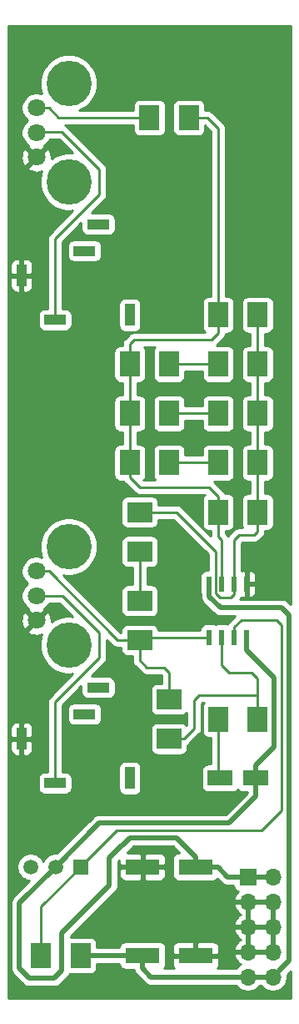
<source format=gbr>
G04 #@! TF.GenerationSoftware,KiCad,Pcbnew,(5.1.5)-3*
G04 #@! TF.CreationDate,2020-08-14T09:08:36-07:00*
G04 #@! TF.ProjectId,Noise_Gen,4e6f6973-655f-4476-956e-2e6b69636164,rev?*
G04 #@! TF.SameCoordinates,Original*
G04 #@! TF.FileFunction,Copper,L1,Top*
G04 #@! TF.FilePolarity,Positive*
%FSLAX46Y46*%
G04 Gerber Fmt 4.6, Leading zero omitted, Abs format (unit mm)*
G04 Created by KiCad (PCBNEW (5.1.5)-3) date 2020-08-14 09:08:36*
%MOMM*%
%LPD*%
G04 APERTURE LIST*
%ADD10R,2.200000X1.000000*%
%ADD11R,1.000000X2.200000*%
%ADD12C,1.800000*%
%ADD13C,4.600000*%
%ADD14O,1.700000X1.700000*%
%ADD15R,1.700000X1.700000*%
%ADD16R,2.600000X1.600000*%
%ADD17R,2.500000X2.000000*%
%ADD18R,2.000000X2.500000*%
%ADD19R,3.500000X1.600000*%
%ADD20R,1.520000X1.520000*%
%ADD21C,1.520000*%
%ADD22R,0.600000X1.550000*%
%ADD23C,0.800000*%
%ADD24C,0.250000*%
%ADD25C,0.500000*%
%ADD26C,0.254000*%
G04 APERTURE END LIST*
D10*
X9800000Y-20800000D03*
X8400000Y-23500000D03*
D11*
X13000000Y-30000000D03*
D10*
X5400000Y-30500000D03*
D11*
X2000000Y-26000000D03*
X2000000Y-73000000D03*
D10*
X5400000Y-77500000D03*
D11*
X13000000Y-77000000D03*
D10*
X8400000Y-70500000D03*
X9800000Y-67800000D03*
D12*
X3500000Y-14000000D03*
X3500000Y-11500000D03*
X3500000Y-9000000D03*
D13*
X6800000Y-16500000D03*
X6800000Y-6500000D03*
X6800000Y-53500000D03*
X6800000Y-63500000D03*
D12*
X3500000Y-56000000D03*
X3500000Y-58500000D03*
X3500000Y-61000000D03*
D14*
X27540000Y-97160000D03*
X25000000Y-97160000D03*
X27540000Y-94620000D03*
X25000000Y-94620000D03*
X27540000Y-92080000D03*
X25000000Y-92080000D03*
X27540000Y-89540000D03*
X25000000Y-89540000D03*
X27540000Y-87000000D03*
D15*
X25000000Y-87000000D03*
D16*
X25800000Y-77000000D03*
X22200000Y-77000000D03*
D17*
X14000000Y-59000000D03*
X14000000Y-63000000D03*
D18*
X26000000Y-45000000D03*
X22000000Y-45000000D03*
X22000000Y-40000000D03*
X26000000Y-40000000D03*
X26000000Y-35000000D03*
X22000000Y-35000000D03*
X22000000Y-30000000D03*
X26000000Y-30000000D03*
X19000000Y-10000000D03*
X15000000Y-10000000D03*
D19*
X19700000Y-95000000D03*
X14300000Y-95000000D03*
X14300000Y-86000000D03*
X19700000Y-86000000D03*
D20*
X8000000Y-86000000D03*
D21*
X2920000Y-86000000D03*
X5460000Y-86000000D03*
D18*
X4000000Y-95000000D03*
X8000000Y-95000000D03*
D17*
X17000000Y-69000000D03*
X17000000Y-73000000D03*
D18*
X26000000Y-71000000D03*
X22000000Y-71000000D03*
D17*
X14000000Y-50000000D03*
X14000000Y-54000000D03*
D18*
X22000000Y-50000000D03*
X26000000Y-50000000D03*
X17000000Y-45000000D03*
X13000000Y-45000000D03*
X17000000Y-40000000D03*
X13000000Y-40000000D03*
X13000000Y-35000000D03*
X17000000Y-35000000D03*
D22*
X21095000Y-57300000D03*
X22365000Y-57300000D03*
X23635000Y-57300000D03*
X24905000Y-57300000D03*
X24905000Y-62700000D03*
X23635000Y-62700000D03*
X22365000Y-62700000D03*
X21095000Y-62700000D03*
D23*
X27000000Y-57000000D03*
D24*
X14300000Y-62700000D02*
X14000000Y-63000000D01*
X21095000Y-62700000D02*
X14300000Y-62700000D01*
X11772792Y-63000000D02*
X12500000Y-63000000D01*
X12500000Y-63000000D02*
X14000000Y-63000000D01*
X4772792Y-56000000D02*
X11772792Y-63000000D01*
X3500000Y-56000000D02*
X4772792Y-56000000D01*
X17000000Y-66276000D02*
X17000000Y-69000000D01*
X14732000Y-65786000D02*
X16510000Y-65786000D01*
X16510000Y-65786000D02*
X17000000Y-66276000D01*
X14000000Y-63000000D02*
X14000000Y-65054000D01*
X14000000Y-65054000D02*
X14732000Y-65786000D01*
X13750000Y-10000000D02*
X15000000Y-10000000D01*
X5772792Y-10000000D02*
X13750000Y-10000000D01*
X4772792Y-9000000D02*
X5772792Y-10000000D01*
X3500000Y-9000000D02*
X4772792Y-9000000D01*
X5400000Y-29750000D02*
X5400000Y-30500000D01*
X5400000Y-22286000D02*
X5400000Y-29750000D01*
X3570000Y-11430000D02*
X6096000Y-11430000D01*
X9906000Y-15240000D02*
X9906000Y-17780000D01*
X9906000Y-17780000D02*
X5400000Y-22286000D01*
X3500000Y-11500000D02*
X3570000Y-11430000D01*
X6096000Y-11430000D02*
X9906000Y-15240000D01*
X5400000Y-76750000D02*
X5400000Y-77500000D01*
X3500000Y-58500000D02*
X6176000Y-58500000D01*
X9906000Y-62230000D02*
X9906000Y-64770000D01*
X6176000Y-58500000D02*
X9906000Y-62230000D01*
X9906000Y-64770000D02*
X5400000Y-69276000D01*
X5400000Y-69276000D02*
X5400000Y-76750000D01*
D25*
X22950000Y-87000000D02*
X25000000Y-87000000D01*
X19700000Y-86000000D02*
X21950000Y-86000000D01*
X21950000Y-86000000D02*
X22950000Y-87000000D01*
X25000000Y-87000000D02*
X27540000Y-87000000D01*
X24905000Y-64021000D02*
X24905000Y-62700000D01*
X27686000Y-66802000D02*
X24905000Y-64021000D01*
X27686000Y-73814000D02*
X27686000Y-66802000D01*
X25800000Y-77000000D02*
X25800000Y-75700000D01*
X25800000Y-75700000D02*
X27686000Y-73814000D01*
X19700000Y-84978000D02*
X19700000Y-86000000D01*
X2794000Y-97282000D02*
X5334000Y-97282000D01*
X1778000Y-89682000D02*
X1778000Y-96266000D01*
X1778000Y-96266000D02*
X2794000Y-97282000D01*
X5334000Y-97282000D02*
X6096000Y-96520000D01*
X5460000Y-86000000D02*
X1778000Y-89682000D01*
X6096000Y-96520000D02*
X6096000Y-92710000D01*
X13010374Y-83058000D02*
X17780000Y-83058000D01*
X12192000Y-83820000D02*
X12248374Y-83820000D01*
X17780000Y-83058000D02*
X19700000Y-84978000D01*
X12248374Y-83820000D02*
X13010374Y-83058000D01*
X6096000Y-92710000D02*
X10922000Y-87884000D01*
X10922000Y-87884000D02*
X10922000Y-85090000D01*
X10922000Y-85090000D02*
X12192000Y-83820000D01*
X25800000Y-78848000D02*
X25800000Y-77000000D01*
X23114000Y-81534000D02*
X25800000Y-78848000D01*
X5460000Y-86000000D02*
X9926000Y-81534000D01*
X9926000Y-81534000D02*
X23114000Y-81534000D01*
X8000000Y-95000000D02*
X14300000Y-95000000D01*
X27540000Y-97160000D02*
X25000000Y-97160000D01*
X14300000Y-96300000D02*
X14300000Y-95000000D01*
X15160000Y-97160000D02*
X14300000Y-96300000D01*
X25000000Y-97160000D02*
X15160000Y-97160000D01*
X28389999Y-96310001D02*
X27540000Y-97160000D01*
X29210000Y-95490000D02*
X28389999Y-96310001D01*
X21095000Y-58575000D02*
X22210000Y-59690000D01*
X22210000Y-59690000D02*
X28448000Y-59690000D01*
X21095000Y-57300000D02*
X21095000Y-58575000D01*
X28448000Y-59690000D02*
X29210000Y-60452000D01*
X29210000Y-60452000D02*
X29210000Y-95490000D01*
D24*
X22000000Y-76800000D02*
X22200000Y-77000000D01*
X22000000Y-71000000D02*
X22000000Y-76800000D01*
X14000000Y-54000000D02*
X14000000Y-59000000D01*
X26000000Y-31500000D02*
X26000000Y-45000000D01*
X26000000Y-30000000D02*
X26000000Y-31500000D01*
X26000000Y-46500000D02*
X26000000Y-50000000D01*
X26000000Y-45000000D02*
X26000000Y-46500000D01*
X26000000Y-51978000D02*
X26000000Y-50000000D01*
X25654000Y-52324000D02*
X26000000Y-51978000D01*
X24130000Y-52324000D02*
X25654000Y-52324000D01*
X23635000Y-57300000D02*
X23635000Y-52819000D01*
X23635000Y-52819000D02*
X24130000Y-52324000D01*
X17742000Y-50000000D02*
X14000000Y-50000000D01*
X23635000Y-58325000D02*
X23286000Y-58674000D01*
X21739999Y-53997999D02*
X17742000Y-50000000D01*
X21739999Y-58250999D02*
X21739999Y-53997999D01*
X23635000Y-57300000D02*
X23635000Y-58325000D01*
X23286000Y-58674000D02*
X22163000Y-58674000D01*
X22163000Y-58674000D02*
X21739999Y-58250999D01*
X18250000Y-45000000D02*
X22000000Y-45000000D01*
X17000000Y-45000000D02*
X18250000Y-45000000D01*
X18250000Y-40000000D02*
X22000000Y-40000000D01*
X17000000Y-40000000D02*
X18250000Y-40000000D01*
X18250000Y-35000000D02*
X22000000Y-35000000D01*
X17000000Y-35000000D02*
X18250000Y-35000000D01*
X22000000Y-28500000D02*
X22000000Y-30000000D01*
X19000000Y-10000000D02*
X20922000Y-10000000D01*
X22000000Y-11078000D02*
X22000000Y-28500000D01*
X20922000Y-10000000D02*
X22000000Y-11078000D01*
X13000000Y-35000000D02*
X13000000Y-45000000D01*
X22000000Y-31848000D02*
X22000000Y-30000000D01*
X21336000Y-32512000D02*
X22000000Y-31848000D01*
X13462000Y-32512000D02*
X21336000Y-32512000D01*
X13000000Y-35000000D02*
X13000000Y-32974000D01*
X13000000Y-32974000D02*
X13462000Y-32512000D01*
X22000000Y-48416000D02*
X22000000Y-50000000D01*
X13998000Y-47498000D02*
X21082000Y-47498000D01*
X21082000Y-47498000D02*
X22000000Y-48416000D01*
X13000000Y-45000000D02*
X13000000Y-46500000D01*
X13000000Y-46500000D02*
X13998000Y-47498000D01*
X22000000Y-50000000D02*
X22000000Y-52480000D01*
X22365000Y-52845000D02*
X22365000Y-57300000D01*
X22000000Y-52480000D02*
X22365000Y-52845000D01*
X4000000Y-90000000D02*
X8000000Y-86000000D01*
X4000000Y-95000000D02*
X4000000Y-90000000D01*
X24350000Y-60960000D02*
X23635000Y-61675000D01*
X27940000Y-60960000D02*
X24350000Y-60960000D01*
X8000000Y-85980000D02*
X11684000Y-82296000D01*
X8000000Y-86000000D02*
X8000000Y-85980000D01*
X28448000Y-61468000D02*
X27940000Y-60960000D01*
X11684000Y-82296000D02*
X26416000Y-82296000D01*
X23635000Y-61675000D02*
X23635000Y-62700000D01*
X26416000Y-82296000D02*
X28448000Y-80264000D01*
X28448000Y-80264000D02*
X28448000Y-61468000D01*
X22365000Y-62700000D02*
X22365000Y-65545000D01*
X22365000Y-65545000D02*
X23114000Y-66294000D01*
X23114000Y-66294000D02*
X25400000Y-66294000D01*
X25400000Y-66294000D02*
X26000000Y-66894000D01*
X26000000Y-68672000D02*
X26000000Y-71000000D01*
X26000000Y-66894000D02*
X26000000Y-68672000D01*
X20066000Y-68580000D02*
X26000000Y-68580000D01*
X19558000Y-69088000D02*
X20066000Y-68580000D01*
X19558000Y-71942000D02*
X19558000Y-69088000D01*
X17000000Y-73000000D02*
X18500000Y-73000000D01*
X18500000Y-73000000D02*
X19558000Y-71942000D01*
D26*
G36*
X29340001Y-59330422D02*
G01*
X29104534Y-59094956D01*
X29076817Y-59061183D01*
X28942059Y-58950589D01*
X28788313Y-58868411D01*
X28621490Y-58817805D01*
X28491477Y-58805000D01*
X28491469Y-58805000D01*
X28448000Y-58800719D01*
X28404531Y-58805000D01*
X24224243Y-58805000D01*
X24269974Y-58749276D01*
X24325406Y-58645572D01*
X24360820Y-58664502D01*
X24480518Y-58700812D01*
X24605000Y-58713072D01*
X24619250Y-58710000D01*
X24778000Y-58551250D01*
X24778000Y-57427000D01*
X25032000Y-57427000D01*
X25032000Y-58551250D01*
X25190750Y-58710000D01*
X25205000Y-58713072D01*
X25329482Y-58700812D01*
X25449180Y-58664502D01*
X25559494Y-58605537D01*
X25656185Y-58526185D01*
X25735537Y-58429494D01*
X25794502Y-58319180D01*
X25830812Y-58199482D01*
X25843072Y-58075000D01*
X25840000Y-57585750D01*
X25681250Y-57427000D01*
X25032000Y-57427000D01*
X24778000Y-57427000D01*
X24758000Y-57427000D01*
X24758000Y-57173000D01*
X24778000Y-57173000D01*
X24778000Y-56048750D01*
X25032000Y-56048750D01*
X25032000Y-57173000D01*
X25681250Y-57173000D01*
X25840000Y-57014250D01*
X25843072Y-56525000D01*
X25830812Y-56400518D01*
X25794502Y-56280820D01*
X25735537Y-56170506D01*
X25656185Y-56073815D01*
X25559494Y-55994463D01*
X25449180Y-55935498D01*
X25329482Y-55899188D01*
X25205000Y-55886928D01*
X25190750Y-55890000D01*
X25032000Y-56048750D01*
X24778000Y-56048750D01*
X24619250Y-55890000D01*
X24605000Y-55886928D01*
X24480518Y-55899188D01*
X24395000Y-55925130D01*
X24395000Y-53133801D01*
X24444801Y-53084000D01*
X25616678Y-53084000D01*
X25654000Y-53087676D01*
X25691322Y-53084000D01*
X25691333Y-53084000D01*
X25802986Y-53073003D01*
X25946247Y-53029546D01*
X26078276Y-52958974D01*
X26194001Y-52864001D01*
X26217804Y-52834997D01*
X26510998Y-52541803D01*
X26540001Y-52518001D01*
X26634974Y-52402276D01*
X26705546Y-52270247D01*
X26749003Y-52126986D01*
X26760000Y-52015333D01*
X26760000Y-52015323D01*
X26763676Y-51978000D01*
X26760000Y-51940677D01*
X26760000Y-51888072D01*
X27000000Y-51888072D01*
X27124482Y-51875812D01*
X27244180Y-51839502D01*
X27354494Y-51780537D01*
X27451185Y-51701185D01*
X27530537Y-51604494D01*
X27589502Y-51494180D01*
X27625812Y-51374482D01*
X27638072Y-51250000D01*
X27638072Y-48750000D01*
X27625812Y-48625518D01*
X27589502Y-48505820D01*
X27530537Y-48395506D01*
X27451185Y-48298815D01*
X27354494Y-48219463D01*
X27244180Y-48160498D01*
X27124482Y-48124188D01*
X27000000Y-48111928D01*
X26760000Y-48111928D01*
X26760000Y-46888072D01*
X27000000Y-46888072D01*
X27124482Y-46875812D01*
X27244180Y-46839502D01*
X27354494Y-46780537D01*
X27451185Y-46701185D01*
X27530537Y-46604494D01*
X27589502Y-46494180D01*
X27625812Y-46374482D01*
X27638072Y-46250000D01*
X27638072Y-43750000D01*
X27625812Y-43625518D01*
X27589502Y-43505820D01*
X27530537Y-43395506D01*
X27451185Y-43298815D01*
X27354494Y-43219463D01*
X27244180Y-43160498D01*
X27124482Y-43124188D01*
X27000000Y-43111928D01*
X26760000Y-43111928D01*
X26760000Y-41888072D01*
X27000000Y-41888072D01*
X27124482Y-41875812D01*
X27244180Y-41839502D01*
X27354494Y-41780537D01*
X27451185Y-41701185D01*
X27530537Y-41604494D01*
X27589502Y-41494180D01*
X27625812Y-41374482D01*
X27638072Y-41250000D01*
X27638072Y-38750000D01*
X27625812Y-38625518D01*
X27589502Y-38505820D01*
X27530537Y-38395506D01*
X27451185Y-38298815D01*
X27354494Y-38219463D01*
X27244180Y-38160498D01*
X27124482Y-38124188D01*
X27000000Y-38111928D01*
X26760000Y-38111928D01*
X26760000Y-36888072D01*
X27000000Y-36888072D01*
X27124482Y-36875812D01*
X27244180Y-36839502D01*
X27354494Y-36780537D01*
X27451185Y-36701185D01*
X27530537Y-36604494D01*
X27589502Y-36494180D01*
X27625812Y-36374482D01*
X27638072Y-36250000D01*
X27638072Y-33750000D01*
X27625812Y-33625518D01*
X27589502Y-33505820D01*
X27530537Y-33395506D01*
X27451185Y-33298815D01*
X27354494Y-33219463D01*
X27244180Y-33160498D01*
X27124482Y-33124188D01*
X27000000Y-33111928D01*
X26760000Y-33111928D01*
X26760000Y-31888072D01*
X27000000Y-31888072D01*
X27124482Y-31875812D01*
X27244180Y-31839502D01*
X27354494Y-31780537D01*
X27451185Y-31701185D01*
X27530537Y-31604494D01*
X27589502Y-31494180D01*
X27625812Y-31374482D01*
X27638072Y-31250000D01*
X27638072Y-28750000D01*
X27625812Y-28625518D01*
X27589502Y-28505820D01*
X27530537Y-28395506D01*
X27451185Y-28298815D01*
X27354494Y-28219463D01*
X27244180Y-28160498D01*
X27124482Y-28124188D01*
X27000000Y-28111928D01*
X25000000Y-28111928D01*
X24875518Y-28124188D01*
X24755820Y-28160498D01*
X24645506Y-28219463D01*
X24548815Y-28298815D01*
X24469463Y-28395506D01*
X24410498Y-28505820D01*
X24374188Y-28625518D01*
X24361928Y-28750000D01*
X24361928Y-31250000D01*
X24374188Y-31374482D01*
X24410498Y-31494180D01*
X24469463Y-31604494D01*
X24548815Y-31701185D01*
X24645506Y-31780537D01*
X24755820Y-31839502D01*
X24875518Y-31875812D01*
X25000000Y-31888072D01*
X25240000Y-31888072D01*
X25240000Y-33111928D01*
X25000000Y-33111928D01*
X24875518Y-33124188D01*
X24755820Y-33160498D01*
X24645506Y-33219463D01*
X24548815Y-33298815D01*
X24469463Y-33395506D01*
X24410498Y-33505820D01*
X24374188Y-33625518D01*
X24361928Y-33750000D01*
X24361928Y-36250000D01*
X24374188Y-36374482D01*
X24410498Y-36494180D01*
X24469463Y-36604494D01*
X24548815Y-36701185D01*
X24645506Y-36780537D01*
X24755820Y-36839502D01*
X24875518Y-36875812D01*
X25000000Y-36888072D01*
X25240000Y-36888072D01*
X25240000Y-38111928D01*
X25000000Y-38111928D01*
X24875518Y-38124188D01*
X24755820Y-38160498D01*
X24645506Y-38219463D01*
X24548815Y-38298815D01*
X24469463Y-38395506D01*
X24410498Y-38505820D01*
X24374188Y-38625518D01*
X24361928Y-38750000D01*
X24361928Y-41250000D01*
X24374188Y-41374482D01*
X24410498Y-41494180D01*
X24469463Y-41604494D01*
X24548815Y-41701185D01*
X24645506Y-41780537D01*
X24755820Y-41839502D01*
X24875518Y-41875812D01*
X25000000Y-41888072D01*
X25240001Y-41888072D01*
X25240001Y-43111928D01*
X25000000Y-43111928D01*
X24875518Y-43124188D01*
X24755820Y-43160498D01*
X24645506Y-43219463D01*
X24548815Y-43298815D01*
X24469463Y-43395506D01*
X24410498Y-43505820D01*
X24374188Y-43625518D01*
X24361928Y-43750000D01*
X24361928Y-46250000D01*
X24374188Y-46374482D01*
X24410498Y-46494180D01*
X24469463Y-46604494D01*
X24548815Y-46701185D01*
X24645506Y-46780537D01*
X24755820Y-46839502D01*
X24875518Y-46875812D01*
X25000000Y-46888072D01*
X25240000Y-46888072D01*
X25240000Y-48111928D01*
X25000000Y-48111928D01*
X24875518Y-48124188D01*
X24755820Y-48160498D01*
X24645506Y-48219463D01*
X24548815Y-48298815D01*
X24469463Y-48395506D01*
X24410498Y-48505820D01*
X24374188Y-48625518D01*
X24361928Y-48750000D01*
X24361928Y-51250000D01*
X24374188Y-51374482D01*
X24410498Y-51494180D01*
X24447818Y-51564000D01*
X24167325Y-51564000D01*
X24130000Y-51560324D01*
X24092675Y-51564000D01*
X24092667Y-51564000D01*
X23981014Y-51574997D01*
X23837753Y-51618454D01*
X23705724Y-51689026D01*
X23589999Y-51783999D01*
X23566196Y-51813003D01*
X23123998Y-52255201D01*
X23095000Y-52278999D01*
X23071202Y-52307997D01*
X23071201Y-52307998D01*
X23000026Y-52394724D01*
X22991590Y-52410507D01*
X22905001Y-52304999D01*
X22875998Y-52281197D01*
X22760000Y-52165199D01*
X22760000Y-51888072D01*
X23000000Y-51888072D01*
X23124482Y-51875812D01*
X23244180Y-51839502D01*
X23354494Y-51780537D01*
X23451185Y-51701185D01*
X23530537Y-51604494D01*
X23589502Y-51494180D01*
X23625812Y-51374482D01*
X23638072Y-51250000D01*
X23638072Y-48750000D01*
X23625812Y-48625518D01*
X23589502Y-48505820D01*
X23530537Y-48395506D01*
X23451185Y-48298815D01*
X23354494Y-48219463D01*
X23244180Y-48160498D01*
X23124482Y-48124188D01*
X23000000Y-48111928D01*
X22699225Y-48111928D01*
X22634974Y-47991723D01*
X22563799Y-47904997D01*
X22540001Y-47875999D01*
X22511004Y-47852202D01*
X21645803Y-46987002D01*
X21622001Y-46957999D01*
X21536795Y-46888072D01*
X23000000Y-46888072D01*
X23124482Y-46875812D01*
X23244180Y-46839502D01*
X23354494Y-46780537D01*
X23451185Y-46701185D01*
X23530537Y-46604494D01*
X23589502Y-46494180D01*
X23625812Y-46374482D01*
X23638072Y-46250000D01*
X23638072Y-43750000D01*
X23625812Y-43625518D01*
X23589502Y-43505820D01*
X23530537Y-43395506D01*
X23451185Y-43298815D01*
X23354494Y-43219463D01*
X23244180Y-43160498D01*
X23124482Y-43124188D01*
X23000000Y-43111928D01*
X21000000Y-43111928D01*
X20875518Y-43124188D01*
X20755820Y-43160498D01*
X20645506Y-43219463D01*
X20548815Y-43298815D01*
X20469463Y-43395506D01*
X20410498Y-43505820D01*
X20374188Y-43625518D01*
X20361928Y-43750000D01*
X20361928Y-44240000D01*
X18638072Y-44240000D01*
X18638072Y-43750000D01*
X18625812Y-43625518D01*
X18589502Y-43505820D01*
X18530537Y-43395506D01*
X18451185Y-43298815D01*
X18354494Y-43219463D01*
X18244180Y-43160498D01*
X18124482Y-43124188D01*
X18000000Y-43111928D01*
X16000000Y-43111928D01*
X15875518Y-43124188D01*
X15755820Y-43160498D01*
X15645506Y-43219463D01*
X15548815Y-43298815D01*
X15469463Y-43395506D01*
X15410498Y-43505820D01*
X15374188Y-43625518D01*
X15361928Y-43750000D01*
X15361928Y-46250000D01*
X15374188Y-46374482D01*
X15410498Y-46494180D01*
X15469463Y-46604494D01*
X15548815Y-46701185D01*
X15593674Y-46738000D01*
X14406326Y-46738000D01*
X14451185Y-46701185D01*
X14530537Y-46604494D01*
X14589502Y-46494180D01*
X14625812Y-46374482D01*
X14638072Y-46250000D01*
X14638072Y-43750000D01*
X14625812Y-43625518D01*
X14589502Y-43505820D01*
X14530537Y-43395506D01*
X14451185Y-43298815D01*
X14354494Y-43219463D01*
X14244180Y-43160498D01*
X14124482Y-43124188D01*
X14000000Y-43111928D01*
X13760000Y-43111928D01*
X13760000Y-41888072D01*
X14000000Y-41888072D01*
X14124482Y-41875812D01*
X14244180Y-41839502D01*
X14354494Y-41780537D01*
X14451185Y-41701185D01*
X14530537Y-41604494D01*
X14589502Y-41494180D01*
X14625812Y-41374482D01*
X14638072Y-41250000D01*
X14638072Y-38750000D01*
X15361928Y-38750000D01*
X15361928Y-41250000D01*
X15374188Y-41374482D01*
X15410498Y-41494180D01*
X15469463Y-41604494D01*
X15548815Y-41701185D01*
X15645506Y-41780537D01*
X15755820Y-41839502D01*
X15875518Y-41875812D01*
X16000000Y-41888072D01*
X18000000Y-41888072D01*
X18124482Y-41875812D01*
X18244180Y-41839502D01*
X18354494Y-41780537D01*
X18451185Y-41701185D01*
X18530537Y-41604494D01*
X18589502Y-41494180D01*
X18625812Y-41374482D01*
X18638072Y-41250000D01*
X18638072Y-40760000D01*
X20361928Y-40760000D01*
X20361928Y-41250000D01*
X20374188Y-41374482D01*
X20410498Y-41494180D01*
X20469463Y-41604494D01*
X20548815Y-41701185D01*
X20645506Y-41780537D01*
X20755820Y-41839502D01*
X20875518Y-41875812D01*
X21000000Y-41888072D01*
X23000000Y-41888072D01*
X23124482Y-41875812D01*
X23244180Y-41839502D01*
X23354494Y-41780537D01*
X23451185Y-41701185D01*
X23530537Y-41604494D01*
X23589502Y-41494180D01*
X23625812Y-41374482D01*
X23638072Y-41250000D01*
X23638072Y-38750000D01*
X23625812Y-38625518D01*
X23589502Y-38505820D01*
X23530537Y-38395506D01*
X23451185Y-38298815D01*
X23354494Y-38219463D01*
X23244180Y-38160498D01*
X23124482Y-38124188D01*
X23000000Y-38111928D01*
X21000000Y-38111928D01*
X20875518Y-38124188D01*
X20755820Y-38160498D01*
X20645506Y-38219463D01*
X20548815Y-38298815D01*
X20469463Y-38395506D01*
X20410498Y-38505820D01*
X20374188Y-38625518D01*
X20361928Y-38750000D01*
X20361928Y-39240000D01*
X18638072Y-39240000D01*
X18638072Y-38750000D01*
X18625812Y-38625518D01*
X18589502Y-38505820D01*
X18530537Y-38395506D01*
X18451185Y-38298815D01*
X18354494Y-38219463D01*
X18244180Y-38160498D01*
X18124482Y-38124188D01*
X18000000Y-38111928D01*
X16000000Y-38111928D01*
X15875518Y-38124188D01*
X15755820Y-38160498D01*
X15645506Y-38219463D01*
X15548815Y-38298815D01*
X15469463Y-38395506D01*
X15410498Y-38505820D01*
X15374188Y-38625518D01*
X15361928Y-38750000D01*
X14638072Y-38750000D01*
X14625812Y-38625518D01*
X14589502Y-38505820D01*
X14530537Y-38395506D01*
X14451185Y-38298815D01*
X14354494Y-38219463D01*
X14244180Y-38160498D01*
X14124482Y-38124188D01*
X14000000Y-38111928D01*
X13760000Y-38111928D01*
X13760000Y-36888072D01*
X14000000Y-36888072D01*
X14124482Y-36875812D01*
X14244180Y-36839502D01*
X14354494Y-36780537D01*
X14451185Y-36701185D01*
X14530537Y-36604494D01*
X14589502Y-36494180D01*
X14625812Y-36374482D01*
X14638072Y-36250000D01*
X14638072Y-33750000D01*
X14625812Y-33625518D01*
X14589502Y-33505820D01*
X14530537Y-33395506D01*
X14451185Y-33298815D01*
X14418511Y-33272000D01*
X15581489Y-33272000D01*
X15548815Y-33298815D01*
X15469463Y-33395506D01*
X15410498Y-33505820D01*
X15374188Y-33625518D01*
X15361928Y-33750000D01*
X15361928Y-36250000D01*
X15374188Y-36374482D01*
X15410498Y-36494180D01*
X15469463Y-36604494D01*
X15548815Y-36701185D01*
X15645506Y-36780537D01*
X15755820Y-36839502D01*
X15875518Y-36875812D01*
X16000000Y-36888072D01*
X18000000Y-36888072D01*
X18124482Y-36875812D01*
X18244180Y-36839502D01*
X18354494Y-36780537D01*
X18451185Y-36701185D01*
X18530537Y-36604494D01*
X18589502Y-36494180D01*
X18625812Y-36374482D01*
X18638072Y-36250000D01*
X18638072Y-35760000D01*
X20361928Y-35760000D01*
X20361928Y-36250000D01*
X20374188Y-36374482D01*
X20410498Y-36494180D01*
X20469463Y-36604494D01*
X20548815Y-36701185D01*
X20645506Y-36780537D01*
X20755820Y-36839502D01*
X20875518Y-36875812D01*
X21000000Y-36888072D01*
X23000000Y-36888072D01*
X23124482Y-36875812D01*
X23244180Y-36839502D01*
X23354494Y-36780537D01*
X23451185Y-36701185D01*
X23530537Y-36604494D01*
X23589502Y-36494180D01*
X23625812Y-36374482D01*
X23638072Y-36250000D01*
X23638072Y-33750000D01*
X23625812Y-33625518D01*
X23589502Y-33505820D01*
X23530537Y-33395506D01*
X23451185Y-33298815D01*
X23354494Y-33219463D01*
X23244180Y-33160498D01*
X23124482Y-33124188D01*
X23000000Y-33111928D01*
X21802980Y-33111928D01*
X21876001Y-33052001D01*
X21899803Y-33022998D01*
X22511004Y-32411798D01*
X22540001Y-32388001D01*
X22634974Y-32272276D01*
X22705546Y-32140247D01*
X22749003Y-31996986D01*
X22759730Y-31888072D01*
X23000000Y-31888072D01*
X23124482Y-31875812D01*
X23244180Y-31839502D01*
X23354494Y-31780537D01*
X23451185Y-31701185D01*
X23530537Y-31604494D01*
X23589502Y-31494180D01*
X23625812Y-31374482D01*
X23638072Y-31250000D01*
X23638072Y-28750000D01*
X23625812Y-28625518D01*
X23589502Y-28505820D01*
X23530537Y-28395506D01*
X23451185Y-28298815D01*
X23354494Y-28219463D01*
X23244180Y-28160498D01*
X23124482Y-28124188D01*
X23000000Y-28111928D01*
X22760000Y-28111928D01*
X22760000Y-11115322D01*
X22763676Y-11077999D01*
X22760000Y-11040676D01*
X22760000Y-11040667D01*
X22749003Y-10929014D01*
X22705546Y-10785753D01*
X22634974Y-10653724D01*
X22540001Y-10537999D01*
X22511004Y-10514202D01*
X21485804Y-9489002D01*
X21462001Y-9459999D01*
X21346276Y-9365026D01*
X21214247Y-9294454D01*
X21070986Y-9250997D01*
X20959333Y-9240000D01*
X20959322Y-9240000D01*
X20922000Y-9236324D01*
X20884678Y-9240000D01*
X20638072Y-9240000D01*
X20638072Y-8750000D01*
X20625812Y-8625518D01*
X20589502Y-8505820D01*
X20530537Y-8395506D01*
X20451185Y-8298815D01*
X20354494Y-8219463D01*
X20244180Y-8160498D01*
X20124482Y-8124188D01*
X20000000Y-8111928D01*
X18000000Y-8111928D01*
X17875518Y-8124188D01*
X17755820Y-8160498D01*
X17645506Y-8219463D01*
X17548815Y-8298815D01*
X17469463Y-8395506D01*
X17410498Y-8505820D01*
X17374188Y-8625518D01*
X17361928Y-8750000D01*
X17361928Y-11250000D01*
X17374188Y-11374482D01*
X17410498Y-11494180D01*
X17469463Y-11604494D01*
X17548815Y-11701185D01*
X17645506Y-11780537D01*
X17755820Y-11839502D01*
X17875518Y-11875812D01*
X18000000Y-11888072D01*
X20000000Y-11888072D01*
X20124482Y-11875812D01*
X20244180Y-11839502D01*
X20354494Y-11780537D01*
X20451185Y-11701185D01*
X20530537Y-11604494D01*
X20589502Y-11494180D01*
X20625812Y-11374482D01*
X20638072Y-11250000D01*
X20638072Y-10790873D01*
X21240000Y-11392802D01*
X21240001Y-28111928D01*
X21000000Y-28111928D01*
X20875518Y-28124188D01*
X20755820Y-28160498D01*
X20645506Y-28219463D01*
X20548815Y-28298815D01*
X20469463Y-28395506D01*
X20410498Y-28505820D01*
X20374188Y-28625518D01*
X20361928Y-28750000D01*
X20361928Y-31250000D01*
X20374188Y-31374482D01*
X20410498Y-31494180D01*
X20469463Y-31604494D01*
X20548815Y-31701185D01*
X20610733Y-31752000D01*
X13499325Y-31752000D01*
X13462000Y-31748324D01*
X13424675Y-31752000D01*
X13424667Y-31752000D01*
X13313014Y-31762997D01*
X13169753Y-31806454D01*
X13037724Y-31877026D01*
X12921999Y-31971999D01*
X12898196Y-32001003D01*
X12488998Y-32410201D01*
X12460000Y-32433999D01*
X12436202Y-32462997D01*
X12436201Y-32462998D01*
X12365026Y-32549724D01*
X12294454Y-32681754D01*
X12264180Y-32781558D01*
X12257298Y-32804247D01*
X12250998Y-32825015D01*
X12236324Y-32974000D01*
X12240001Y-33011332D01*
X12240001Y-33111928D01*
X12000000Y-33111928D01*
X11875518Y-33124188D01*
X11755820Y-33160498D01*
X11645506Y-33219463D01*
X11548815Y-33298815D01*
X11469463Y-33395506D01*
X11410498Y-33505820D01*
X11374188Y-33625518D01*
X11361928Y-33750000D01*
X11361928Y-36250000D01*
X11374188Y-36374482D01*
X11410498Y-36494180D01*
X11469463Y-36604494D01*
X11548815Y-36701185D01*
X11645506Y-36780537D01*
X11755820Y-36839502D01*
X11875518Y-36875812D01*
X12000000Y-36888072D01*
X12240000Y-36888072D01*
X12240000Y-38111928D01*
X12000000Y-38111928D01*
X11875518Y-38124188D01*
X11755820Y-38160498D01*
X11645506Y-38219463D01*
X11548815Y-38298815D01*
X11469463Y-38395506D01*
X11410498Y-38505820D01*
X11374188Y-38625518D01*
X11361928Y-38750000D01*
X11361928Y-41250000D01*
X11374188Y-41374482D01*
X11410498Y-41494180D01*
X11469463Y-41604494D01*
X11548815Y-41701185D01*
X11645506Y-41780537D01*
X11755820Y-41839502D01*
X11875518Y-41875812D01*
X12000000Y-41888072D01*
X12240001Y-41888072D01*
X12240001Y-43111928D01*
X12000000Y-43111928D01*
X11875518Y-43124188D01*
X11755820Y-43160498D01*
X11645506Y-43219463D01*
X11548815Y-43298815D01*
X11469463Y-43395506D01*
X11410498Y-43505820D01*
X11374188Y-43625518D01*
X11361928Y-43750000D01*
X11361928Y-46250000D01*
X11374188Y-46374482D01*
X11410498Y-46494180D01*
X11469463Y-46604494D01*
X11548815Y-46701185D01*
X11645506Y-46780537D01*
X11755820Y-46839502D01*
X11875518Y-46875812D01*
X12000000Y-46888072D01*
X12345674Y-46888072D01*
X12365026Y-46924276D01*
X12436201Y-47011002D01*
X12460000Y-47040001D01*
X12488998Y-47063799D01*
X13434200Y-48009002D01*
X13457999Y-48038001D01*
X13486997Y-48061799D01*
X13573723Y-48132974D01*
X13705753Y-48203546D01*
X13849014Y-48247003D01*
X13960667Y-48258000D01*
X13960676Y-48258000D01*
X13997999Y-48261676D01*
X14035322Y-48258000D01*
X20598548Y-48258000D01*
X20548815Y-48298815D01*
X20469463Y-48395506D01*
X20410498Y-48505820D01*
X20374188Y-48625518D01*
X20361928Y-48750000D01*
X20361928Y-51250000D01*
X20374188Y-51374482D01*
X20410498Y-51494180D01*
X20469463Y-51604494D01*
X20548815Y-51701185D01*
X20645506Y-51780537D01*
X20755820Y-51839502D01*
X20875518Y-51875812D01*
X21000000Y-51888072D01*
X21240001Y-51888072D01*
X21240001Y-52423198D01*
X18305804Y-49489003D01*
X18282001Y-49459999D01*
X18166276Y-49365026D01*
X18034247Y-49294454D01*
X17890986Y-49250997D01*
X17779333Y-49240000D01*
X17779322Y-49240000D01*
X17742000Y-49236324D01*
X17704678Y-49240000D01*
X15888072Y-49240000D01*
X15888072Y-49000000D01*
X15875812Y-48875518D01*
X15839502Y-48755820D01*
X15780537Y-48645506D01*
X15701185Y-48548815D01*
X15604494Y-48469463D01*
X15494180Y-48410498D01*
X15374482Y-48374188D01*
X15250000Y-48361928D01*
X12750000Y-48361928D01*
X12625518Y-48374188D01*
X12505820Y-48410498D01*
X12395506Y-48469463D01*
X12298815Y-48548815D01*
X12219463Y-48645506D01*
X12160498Y-48755820D01*
X12124188Y-48875518D01*
X12111928Y-49000000D01*
X12111928Y-51000000D01*
X12124188Y-51124482D01*
X12160498Y-51244180D01*
X12219463Y-51354494D01*
X12298815Y-51451185D01*
X12395506Y-51530537D01*
X12505820Y-51589502D01*
X12625518Y-51625812D01*
X12750000Y-51638072D01*
X15250000Y-51638072D01*
X15374482Y-51625812D01*
X15494180Y-51589502D01*
X15604494Y-51530537D01*
X15701185Y-51451185D01*
X15780537Y-51354494D01*
X15839502Y-51244180D01*
X15875812Y-51124482D01*
X15888072Y-51000000D01*
X15888072Y-50760000D01*
X17427199Y-50760000D01*
X20980000Y-54312803D01*
X20980000Y-55886928D01*
X20795000Y-55886928D01*
X20670518Y-55899188D01*
X20550820Y-55935498D01*
X20440506Y-55994463D01*
X20343815Y-56073815D01*
X20264463Y-56170506D01*
X20205498Y-56280820D01*
X20169188Y-56400518D01*
X20156928Y-56525000D01*
X20156928Y-58075000D01*
X20169188Y-58199482D01*
X20205498Y-58319180D01*
X20210001Y-58327604D01*
X20210001Y-58531522D01*
X20205719Y-58575000D01*
X20222805Y-58748490D01*
X20273412Y-58915313D01*
X20355590Y-59069059D01*
X20438468Y-59170046D01*
X20438471Y-59170049D01*
X20466184Y-59203817D01*
X20499951Y-59231529D01*
X21553470Y-60285049D01*
X21581183Y-60318817D01*
X21614951Y-60346530D01*
X21614953Y-60346532D01*
X21617718Y-60348801D01*
X21715941Y-60429411D01*
X21869687Y-60511589D01*
X22036510Y-60562195D01*
X22166523Y-60575000D01*
X22166533Y-60575000D01*
X22209999Y-60579281D01*
X22253465Y-60575000D01*
X23660198Y-60575000D01*
X23124002Y-61111197D01*
X23094999Y-61134999D01*
X23048703Y-61191411D01*
X23000026Y-61250724D01*
X22963525Y-61319013D01*
X22944595Y-61354428D01*
X22909180Y-61335498D01*
X22789482Y-61299188D01*
X22665000Y-61286928D01*
X22065000Y-61286928D01*
X21940518Y-61299188D01*
X21820820Y-61335498D01*
X21730000Y-61384043D01*
X21639180Y-61335498D01*
X21519482Y-61299188D01*
X21395000Y-61286928D01*
X20795000Y-61286928D01*
X20670518Y-61299188D01*
X20550820Y-61335498D01*
X20440506Y-61394463D01*
X20343815Y-61473815D01*
X20264463Y-61570506D01*
X20205498Y-61680820D01*
X20169188Y-61800518D01*
X20156928Y-61925000D01*
X20156928Y-61940000D01*
X15882163Y-61940000D01*
X15875812Y-61875518D01*
X15839502Y-61755820D01*
X15780537Y-61645506D01*
X15701185Y-61548815D01*
X15604494Y-61469463D01*
X15494180Y-61410498D01*
X15374482Y-61374188D01*
X15250000Y-61361928D01*
X12750000Y-61361928D01*
X12625518Y-61374188D01*
X12505820Y-61410498D01*
X12395506Y-61469463D01*
X12298815Y-61548815D01*
X12219463Y-61645506D01*
X12160498Y-61755820D01*
X12124188Y-61875518D01*
X12111928Y-62000000D01*
X12111928Y-62240000D01*
X12087594Y-62240000D01*
X6225897Y-56378303D01*
X6510928Y-56435000D01*
X7089072Y-56435000D01*
X7656108Y-56322209D01*
X8190244Y-56100963D01*
X8670953Y-55779763D01*
X9079763Y-55370953D01*
X9400963Y-54890244D01*
X9622209Y-54356108D01*
X9735000Y-53789072D01*
X9735000Y-53210928D01*
X9693044Y-53000000D01*
X12111928Y-53000000D01*
X12111928Y-55000000D01*
X12124188Y-55124482D01*
X12160498Y-55244180D01*
X12219463Y-55354494D01*
X12298815Y-55451185D01*
X12395506Y-55530537D01*
X12505820Y-55589502D01*
X12625518Y-55625812D01*
X12750000Y-55638072D01*
X13240000Y-55638072D01*
X13240001Y-57361928D01*
X12750000Y-57361928D01*
X12625518Y-57374188D01*
X12505820Y-57410498D01*
X12395506Y-57469463D01*
X12298815Y-57548815D01*
X12219463Y-57645506D01*
X12160498Y-57755820D01*
X12124188Y-57875518D01*
X12111928Y-58000000D01*
X12111928Y-60000000D01*
X12124188Y-60124482D01*
X12160498Y-60244180D01*
X12219463Y-60354494D01*
X12298815Y-60451185D01*
X12395506Y-60530537D01*
X12505820Y-60589502D01*
X12625518Y-60625812D01*
X12750000Y-60638072D01*
X15250000Y-60638072D01*
X15374482Y-60625812D01*
X15494180Y-60589502D01*
X15604494Y-60530537D01*
X15701185Y-60451185D01*
X15780537Y-60354494D01*
X15839502Y-60244180D01*
X15875812Y-60124482D01*
X15888072Y-60000000D01*
X15888072Y-58000000D01*
X15875812Y-57875518D01*
X15839502Y-57755820D01*
X15780537Y-57645506D01*
X15701185Y-57548815D01*
X15604494Y-57469463D01*
X15494180Y-57410498D01*
X15374482Y-57374188D01*
X15250000Y-57361928D01*
X14760000Y-57361928D01*
X14760000Y-55638072D01*
X15250000Y-55638072D01*
X15374482Y-55625812D01*
X15494180Y-55589502D01*
X15604494Y-55530537D01*
X15701185Y-55451185D01*
X15780537Y-55354494D01*
X15839502Y-55244180D01*
X15875812Y-55124482D01*
X15888072Y-55000000D01*
X15888072Y-53000000D01*
X15875812Y-52875518D01*
X15839502Y-52755820D01*
X15780537Y-52645506D01*
X15701185Y-52548815D01*
X15604494Y-52469463D01*
X15494180Y-52410498D01*
X15374482Y-52374188D01*
X15250000Y-52361928D01*
X12750000Y-52361928D01*
X12625518Y-52374188D01*
X12505820Y-52410498D01*
X12395506Y-52469463D01*
X12298815Y-52548815D01*
X12219463Y-52645506D01*
X12160498Y-52755820D01*
X12124188Y-52875518D01*
X12111928Y-53000000D01*
X9693044Y-53000000D01*
X9622209Y-52643892D01*
X9400963Y-52109756D01*
X9079763Y-51629047D01*
X8670953Y-51220237D01*
X8190244Y-50899037D01*
X7656108Y-50677791D01*
X7089072Y-50565000D01*
X6510928Y-50565000D01*
X5943892Y-50677791D01*
X5409756Y-50899037D01*
X4929047Y-51220237D01*
X4520237Y-51629047D01*
X4199037Y-52109756D01*
X3977791Y-52643892D01*
X3865000Y-53210928D01*
X3865000Y-53789072D01*
X3977791Y-54356108D01*
X4067955Y-54573783D01*
X3947743Y-54523989D01*
X3651184Y-54465000D01*
X3348816Y-54465000D01*
X3052257Y-54523989D01*
X2772905Y-54639701D01*
X2521495Y-54807688D01*
X2307688Y-55021495D01*
X2139701Y-55272905D01*
X2023989Y-55552257D01*
X1965000Y-55848816D01*
X1965000Y-56151184D01*
X2023989Y-56447743D01*
X2139701Y-56727095D01*
X2307688Y-56978505D01*
X2521495Y-57192312D01*
X2607831Y-57250000D01*
X2521495Y-57307688D01*
X2307688Y-57521495D01*
X2139701Y-57772905D01*
X2023989Y-58052257D01*
X1965000Y-58348816D01*
X1965000Y-58651184D01*
X2023989Y-58947743D01*
X2139701Y-59227095D01*
X2307688Y-59478505D01*
X2521495Y-59692312D01*
X2664310Y-59787738D01*
X2615525Y-59935920D01*
X3500000Y-60820395D01*
X4384475Y-59935920D01*
X4335690Y-59787738D01*
X4478505Y-59692312D01*
X4692312Y-59478505D01*
X4838313Y-59260000D01*
X5861199Y-59260000D01*
X7185349Y-60584151D01*
X7089072Y-60565000D01*
X6510928Y-60565000D01*
X5943892Y-60677791D01*
X5409756Y-60899037D01*
X5028871Y-61153537D01*
X5040991Y-60933447D01*
X4998397Y-60634093D01*
X4898222Y-60348801D01*
X4818261Y-60199208D01*
X4564080Y-60115525D01*
X3679605Y-61000000D01*
X3693748Y-61014143D01*
X3514143Y-61193748D01*
X3500000Y-61179605D01*
X2615525Y-62064080D01*
X2699208Y-62318261D01*
X2971775Y-62449158D01*
X3264642Y-62524365D01*
X3566553Y-62540991D01*
X3865907Y-62498397D01*
X4067356Y-62427662D01*
X3977791Y-62643892D01*
X3865000Y-63210928D01*
X3865000Y-63789072D01*
X3977791Y-64356108D01*
X4199037Y-64890244D01*
X4520237Y-65370953D01*
X4929047Y-65779763D01*
X5409756Y-66100963D01*
X5943892Y-66322209D01*
X6510928Y-66435000D01*
X7089072Y-66435000D01*
X7185349Y-66415849D01*
X4889003Y-68712196D01*
X4859999Y-68735999D01*
X4810961Y-68795753D01*
X4765026Y-68851724D01*
X4744833Y-68889502D01*
X4694454Y-68983754D01*
X4650997Y-69127015D01*
X4640000Y-69238668D01*
X4640000Y-69238678D01*
X4636324Y-69276000D01*
X4640000Y-69313322D01*
X4640001Y-76361928D01*
X4300000Y-76361928D01*
X4175518Y-76374188D01*
X4055820Y-76410498D01*
X3945506Y-76469463D01*
X3848815Y-76548815D01*
X3769463Y-76645506D01*
X3710498Y-76755820D01*
X3674188Y-76875518D01*
X3661928Y-77000000D01*
X3661928Y-78000000D01*
X3674188Y-78124482D01*
X3710498Y-78244180D01*
X3769463Y-78354494D01*
X3848815Y-78451185D01*
X3945506Y-78530537D01*
X4055820Y-78589502D01*
X4175518Y-78625812D01*
X4300000Y-78638072D01*
X6500000Y-78638072D01*
X6624482Y-78625812D01*
X6744180Y-78589502D01*
X6854494Y-78530537D01*
X6951185Y-78451185D01*
X7030537Y-78354494D01*
X7089502Y-78244180D01*
X7125812Y-78124482D01*
X7138072Y-78000000D01*
X7138072Y-77000000D01*
X7125812Y-76875518D01*
X7089502Y-76755820D01*
X7030537Y-76645506D01*
X6951185Y-76548815D01*
X6854494Y-76469463D01*
X6744180Y-76410498D01*
X6624482Y-76374188D01*
X6500000Y-76361928D01*
X6160000Y-76361928D01*
X6160000Y-75900000D01*
X11861928Y-75900000D01*
X11861928Y-78100000D01*
X11874188Y-78224482D01*
X11910498Y-78344180D01*
X11969463Y-78454494D01*
X12048815Y-78551185D01*
X12145506Y-78630537D01*
X12255820Y-78689502D01*
X12375518Y-78725812D01*
X12500000Y-78738072D01*
X13500000Y-78738072D01*
X13624482Y-78725812D01*
X13744180Y-78689502D01*
X13854494Y-78630537D01*
X13951185Y-78551185D01*
X14030537Y-78454494D01*
X14089502Y-78344180D01*
X14125812Y-78224482D01*
X14138072Y-78100000D01*
X14138072Y-75900000D01*
X14125812Y-75775518D01*
X14089502Y-75655820D01*
X14030537Y-75545506D01*
X13951185Y-75448815D01*
X13854494Y-75369463D01*
X13744180Y-75310498D01*
X13624482Y-75274188D01*
X13500000Y-75261928D01*
X12500000Y-75261928D01*
X12375518Y-75274188D01*
X12255820Y-75310498D01*
X12145506Y-75369463D01*
X12048815Y-75448815D01*
X11969463Y-75545506D01*
X11910498Y-75655820D01*
X11874188Y-75775518D01*
X11861928Y-75900000D01*
X6160000Y-75900000D01*
X6160000Y-70000000D01*
X6661928Y-70000000D01*
X6661928Y-71000000D01*
X6674188Y-71124482D01*
X6710498Y-71244180D01*
X6769463Y-71354494D01*
X6848815Y-71451185D01*
X6945506Y-71530537D01*
X7055820Y-71589502D01*
X7175518Y-71625812D01*
X7300000Y-71638072D01*
X9500000Y-71638072D01*
X9624482Y-71625812D01*
X9744180Y-71589502D01*
X9854494Y-71530537D01*
X9951185Y-71451185D01*
X10030537Y-71354494D01*
X10089502Y-71244180D01*
X10125812Y-71124482D01*
X10138072Y-71000000D01*
X10138072Y-70000000D01*
X10125812Y-69875518D01*
X10089502Y-69755820D01*
X10030537Y-69645506D01*
X9951185Y-69548815D01*
X9854494Y-69469463D01*
X9744180Y-69410498D01*
X9624482Y-69374188D01*
X9500000Y-69361928D01*
X7300000Y-69361928D01*
X7175518Y-69374188D01*
X7055820Y-69410498D01*
X6945506Y-69469463D01*
X6848815Y-69548815D01*
X6769463Y-69645506D01*
X6710498Y-69755820D01*
X6674188Y-69875518D01*
X6661928Y-70000000D01*
X6160000Y-70000000D01*
X6160000Y-69590801D01*
X8061928Y-67688873D01*
X8061928Y-68300000D01*
X8074188Y-68424482D01*
X8110498Y-68544180D01*
X8169463Y-68654494D01*
X8248815Y-68751185D01*
X8345506Y-68830537D01*
X8455820Y-68889502D01*
X8575518Y-68925812D01*
X8700000Y-68938072D01*
X10900000Y-68938072D01*
X11024482Y-68925812D01*
X11144180Y-68889502D01*
X11254494Y-68830537D01*
X11351185Y-68751185D01*
X11430537Y-68654494D01*
X11489502Y-68544180D01*
X11525812Y-68424482D01*
X11538072Y-68300000D01*
X11538072Y-67300000D01*
X11525812Y-67175518D01*
X11489502Y-67055820D01*
X11430537Y-66945506D01*
X11351185Y-66848815D01*
X11254494Y-66769463D01*
X11144180Y-66710498D01*
X11024482Y-66674188D01*
X10900000Y-66661928D01*
X9088874Y-66661928D01*
X10417003Y-65333799D01*
X10446001Y-65310001D01*
X10540974Y-65194276D01*
X10611546Y-65062247D01*
X10655003Y-64918986D01*
X10666000Y-64807333D01*
X10666000Y-64807324D01*
X10669676Y-64770001D01*
X10666000Y-64732678D01*
X10666000Y-62968010D01*
X11208993Y-63511003D01*
X11232791Y-63540001D01*
X11261789Y-63563799D01*
X11348515Y-63634974D01*
X11480545Y-63705546D01*
X11623806Y-63749003D01*
X11735459Y-63760000D01*
X11735469Y-63760000D01*
X11772792Y-63763676D01*
X11810115Y-63760000D01*
X12111928Y-63760000D01*
X12111928Y-64000000D01*
X12124188Y-64124482D01*
X12160498Y-64244180D01*
X12219463Y-64354494D01*
X12298815Y-64451185D01*
X12395506Y-64530537D01*
X12505820Y-64589502D01*
X12625518Y-64625812D01*
X12750000Y-64638072D01*
X13240001Y-64638072D01*
X13240001Y-65016668D01*
X13236324Y-65054000D01*
X13250998Y-65202985D01*
X13294454Y-65346246D01*
X13365026Y-65478276D01*
X13410493Y-65533677D01*
X13460000Y-65594001D01*
X13488998Y-65617799D01*
X14168201Y-66297002D01*
X14191999Y-66326001D01*
X14307724Y-66420974D01*
X14439753Y-66491546D01*
X14583014Y-66535003D01*
X14694667Y-66546000D01*
X14694676Y-66546000D01*
X14731999Y-66549676D01*
X14769322Y-66546000D01*
X16195199Y-66546000D01*
X16240000Y-66590801D01*
X16240000Y-67361928D01*
X15750000Y-67361928D01*
X15625518Y-67374188D01*
X15505820Y-67410498D01*
X15395506Y-67469463D01*
X15298815Y-67548815D01*
X15219463Y-67645506D01*
X15160498Y-67755820D01*
X15124188Y-67875518D01*
X15111928Y-68000000D01*
X15111928Y-70000000D01*
X15124188Y-70124482D01*
X15160498Y-70244180D01*
X15219463Y-70354494D01*
X15298815Y-70451185D01*
X15395506Y-70530537D01*
X15505820Y-70589502D01*
X15625518Y-70625812D01*
X15750000Y-70638072D01*
X18250000Y-70638072D01*
X18374482Y-70625812D01*
X18494180Y-70589502D01*
X18604494Y-70530537D01*
X18701185Y-70451185D01*
X18780537Y-70354494D01*
X18798001Y-70321822D01*
X18798000Y-71627198D01*
X18780156Y-71645042D01*
X18701185Y-71548815D01*
X18604494Y-71469463D01*
X18494180Y-71410498D01*
X18374482Y-71374188D01*
X18250000Y-71361928D01*
X15750000Y-71361928D01*
X15625518Y-71374188D01*
X15505820Y-71410498D01*
X15395506Y-71469463D01*
X15298815Y-71548815D01*
X15219463Y-71645506D01*
X15160498Y-71755820D01*
X15124188Y-71875518D01*
X15111928Y-72000000D01*
X15111928Y-74000000D01*
X15124188Y-74124482D01*
X15160498Y-74244180D01*
X15219463Y-74354494D01*
X15298815Y-74451185D01*
X15395506Y-74530537D01*
X15505820Y-74589502D01*
X15625518Y-74625812D01*
X15750000Y-74638072D01*
X18250000Y-74638072D01*
X18374482Y-74625812D01*
X18494180Y-74589502D01*
X18604494Y-74530537D01*
X18701185Y-74451185D01*
X18780537Y-74354494D01*
X18839502Y-74244180D01*
X18875812Y-74124482D01*
X18888072Y-74000000D01*
X18888072Y-73654326D01*
X18924276Y-73634974D01*
X19040001Y-73540001D01*
X19063804Y-73510998D01*
X20069004Y-72505798D01*
X20098001Y-72482001D01*
X20186240Y-72374482D01*
X20192974Y-72366277D01*
X20263546Y-72234247D01*
X20263546Y-72234246D01*
X20307003Y-72090986D01*
X20318000Y-71979333D01*
X20318000Y-71979323D01*
X20321676Y-71942000D01*
X20318000Y-71904677D01*
X20318000Y-69402801D01*
X20380802Y-69340000D01*
X20515015Y-69340000D01*
X20469463Y-69395506D01*
X20410498Y-69505820D01*
X20374188Y-69625518D01*
X20361928Y-69750000D01*
X20361928Y-72250000D01*
X20374188Y-72374482D01*
X20410498Y-72494180D01*
X20469463Y-72604494D01*
X20548815Y-72701185D01*
X20645506Y-72780537D01*
X20755820Y-72839502D01*
X20875518Y-72875812D01*
X21000000Y-72888072D01*
X21240000Y-72888072D01*
X21240001Y-75561928D01*
X20900000Y-75561928D01*
X20775518Y-75574188D01*
X20655820Y-75610498D01*
X20545506Y-75669463D01*
X20448815Y-75748815D01*
X20369463Y-75845506D01*
X20310498Y-75955820D01*
X20274188Y-76075518D01*
X20261928Y-76200000D01*
X20261928Y-77800000D01*
X20274188Y-77924482D01*
X20310498Y-78044180D01*
X20369463Y-78154494D01*
X20448815Y-78251185D01*
X20545506Y-78330537D01*
X20655820Y-78389502D01*
X20775518Y-78425812D01*
X20900000Y-78438072D01*
X23500000Y-78438072D01*
X23624482Y-78425812D01*
X23744180Y-78389502D01*
X23854494Y-78330537D01*
X23951185Y-78251185D01*
X24000000Y-78191704D01*
X24048815Y-78251185D01*
X24145506Y-78330537D01*
X24255820Y-78389502D01*
X24375518Y-78425812D01*
X24500000Y-78438072D01*
X24915000Y-78438072D01*
X24915000Y-78481421D01*
X22747422Y-80649000D01*
X9969469Y-80649000D01*
X9926000Y-80644719D01*
X9882531Y-80649000D01*
X9882523Y-80649000D01*
X9752510Y-80661805D01*
X9585687Y-80712411D01*
X9468584Y-80775003D01*
X9431941Y-80794589D01*
X9330953Y-80877468D01*
X9330951Y-80877470D01*
X9297183Y-80905183D01*
X9269470Y-80938951D01*
X5602422Y-84606000D01*
X5597396Y-84605000D01*
X5322604Y-84605000D01*
X5053093Y-84658609D01*
X4799220Y-84763767D01*
X4570739Y-84916433D01*
X4376433Y-85110739D01*
X4223767Y-85339220D01*
X4190000Y-85420740D01*
X4156233Y-85339220D01*
X4003567Y-85110739D01*
X3809261Y-84916433D01*
X3580780Y-84763767D01*
X3326907Y-84658609D01*
X3057396Y-84605000D01*
X2782604Y-84605000D01*
X2513093Y-84658609D01*
X2259220Y-84763767D01*
X2030739Y-84916433D01*
X1836433Y-85110739D01*
X1683767Y-85339220D01*
X1578609Y-85593093D01*
X1525000Y-85862604D01*
X1525000Y-86137396D01*
X1578609Y-86406907D01*
X1683767Y-86660780D01*
X1836433Y-86889261D01*
X2030739Y-87083567D01*
X2259220Y-87236233D01*
X2513093Y-87341391D01*
X2782604Y-87395000D01*
X2813422Y-87395000D01*
X1182956Y-89025466D01*
X1149183Y-89053183D01*
X1038589Y-89187942D01*
X956411Y-89341688D01*
X905805Y-89508511D01*
X893000Y-89638524D01*
X893000Y-89638531D01*
X888719Y-89682000D01*
X893000Y-89725469D01*
X893001Y-96222521D01*
X888719Y-96266000D01*
X905805Y-96439490D01*
X956412Y-96606313D01*
X1038590Y-96760059D01*
X1121468Y-96861046D01*
X1121471Y-96861049D01*
X1149184Y-96894817D01*
X1182951Y-96922529D01*
X2137470Y-97877049D01*
X2165183Y-97910817D01*
X2198951Y-97938530D01*
X2198953Y-97938532D01*
X2251417Y-97981588D01*
X2299941Y-98021411D01*
X2453687Y-98103589D01*
X2569903Y-98138843D01*
X2620509Y-98154195D01*
X2635306Y-98155652D01*
X2750523Y-98167000D01*
X2750531Y-98167000D01*
X2794000Y-98171281D01*
X2837469Y-98167000D01*
X5290531Y-98167000D01*
X5334000Y-98171281D01*
X5377469Y-98167000D01*
X5377477Y-98167000D01*
X5507490Y-98154195D01*
X5674313Y-98103589D01*
X5828059Y-98021411D01*
X5962817Y-97910817D01*
X5990534Y-97877044D01*
X6691050Y-97176529D01*
X6724817Y-97148817D01*
X6757897Y-97108510D01*
X6835411Y-97014059D01*
X6874095Y-96941686D01*
X6907615Y-96878973D01*
X7000000Y-96888072D01*
X9000000Y-96888072D01*
X9124482Y-96875812D01*
X9244180Y-96839502D01*
X9354494Y-96780537D01*
X9451185Y-96701185D01*
X9530537Y-96604494D01*
X9589502Y-96494180D01*
X9625812Y-96374482D01*
X9638072Y-96250000D01*
X9638072Y-95885000D01*
X11920299Y-95885000D01*
X11924188Y-95924482D01*
X11960498Y-96044180D01*
X12019463Y-96154494D01*
X12098815Y-96251185D01*
X12195506Y-96330537D01*
X12305820Y-96389502D01*
X12425518Y-96425812D01*
X12550000Y-96438072D01*
X13424317Y-96438072D01*
X13426141Y-96456589D01*
X13427805Y-96473490D01*
X13441914Y-96520000D01*
X13478411Y-96640312D01*
X13560589Y-96794058D01*
X13671183Y-96928817D01*
X13704956Y-96956534D01*
X14503470Y-97755049D01*
X14531183Y-97788817D01*
X14564951Y-97816530D01*
X14564953Y-97816532D01*
X14665941Y-97899411D01*
X14819686Y-97981589D01*
X14950957Y-98021410D01*
X14986510Y-98032195D01*
X15116523Y-98045000D01*
X15116531Y-98045000D01*
X15160000Y-98049281D01*
X15203469Y-98045000D01*
X23805344Y-98045000D01*
X23846525Y-98106632D01*
X24053368Y-98313475D01*
X24296589Y-98475990D01*
X24566842Y-98587932D01*
X24853740Y-98645000D01*
X25146260Y-98645000D01*
X25433158Y-98587932D01*
X25703411Y-98475990D01*
X25946632Y-98313475D01*
X26153475Y-98106632D01*
X26194656Y-98045000D01*
X26345344Y-98045000D01*
X26386525Y-98106632D01*
X26593368Y-98313475D01*
X26836589Y-98475990D01*
X27106842Y-98587932D01*
X27393740Y-98645000D01*
X27686260Y-98645000D01*
X27973158Y-98587932D01*
X28243411Y-98475990D01*
X28486632Y-98313475D01*
X28693475Y-98106632D01*
X28855990Y-97863411D01*
X28967932Y-97593158D01*
X29025000Y-97306260D01*
X29025000Y-97013740D01*
X29010539Y-96941040D01*
X29046531Y-96905048D01*
X29046535Y-96905043D01*
X29340001Y-96611577D01*
X29340001Y-99340000D01*
X660000Y-99340000D01*
X660000Y-74100000D01*
X861928Y-74100000D01*
X874188Y-74224482D01*
X910498Y-74344180D01*
X969463Y-74454494D01*
X1048815Y-74551185D01*
X1145506Y-74630537D01*
X1255820Y-74689502D01*
X1375518Y-74725812D01*
X1500000Y-74738072D01*
X1714250Y-74735000D01*
X1873000Y-74576250D01*
X1873000Y-73127000D01*
X2127000Y-73127000D01*
X2127000Y-74576250D01*
X2285750Y-74735000D01*
X2500000Y-74738072D01*
X2624482Y-74725812D01*
X2744180Y-74689502D01*
X2854494Y-74630537D01*
X2951185Y-74551185D01*
X3030537Y-74454494D01*
X3089502Y-74344180D01*
X3125812Y-74224482D01*
X3138072Y-74100000D01*
X3135000Y-73285750D01*
X2976250Y-73127000D01*
X2127000Y-73127000D01*
X1873000Y-73127000D01*
X1023750Y-73127000D01*
X865000Y-73285750D01*
X861928Y-74100000D01*
X660000Y-74100000D01*
X660000Y-71900000D01*
X861928Y-71900000D01*
X865000Y-72714250D01*
X1023750Y-72873000D01*
X1873000Y-72873000D01*
X1873000Y-71423750D01*
X2127000Y-71423750D01*
X2127000Y-72873000D01*
X2976250Y-72873000D01*
X3135000Y-72714250D01*
X3138072Y-71900000D01*
X3125812Y-71775518D01*
X3089502Y-71655820D01*
X3030537Y-71545506D01*
X2951185Y-71448815D01*
X2854494Y-71369463D01*
X2744180Y-71310498D01*
X2624482Y-71274188D01*
X2500000Y-71261928D01*
X2285750Y-71265000D01*
X2127000Y-71423750D01*
X1873000Y-71423750D01*
X1714250Y-71265000D01*
X1500000Y-71261928D01*
X1375518Y-71274188D01*
X1255820Y-71310498D01*
X1145506Y-71369463D01*
X1048815Y-71448815D01*
X969463Y-71545506D01*
X910498Y-71655820D01*
X874188Y-71775518D01*
X861928Y-71900000D01*
X660000Y-71900000D01*
X660000Y-61066553D01*
X1959009Y-61066553D01*
X2001603Y-61365907D01*
X2101778Y-61651199D01*
X2181739Y-61800792D01*
X2435920Y-61884475D01*
X3320395Y-61000000D01*
X2435920Y-60115525D01*
X2181739Y-60199208D01*
X2050842Y-60471775D01*
X1975635Y-60764642D01*
X1959009Y-61066553D01*
X660000Y-61066553D01*
X660000Y-27100000D01*
X861928Y-27100000D01*
X874188Y-27224482D01*
X910498Y-27344180D01*
X969463Y-27454494D01*
X1048815Y-27551185D01*
X1145506Y-27630537D01*
X1255820Y-27689502D01*
X1375518Y-27725812D01*
X1500000Y-27738072D01*
X1714250Y-27735000D01*
X1873000Y-27576250D01*
X1873000Y-26127000D01*
X2127000Y-26127000D01*
X2127000Y-27576250D01*
X2285750Y-27735000D01*
X2500000Y-27738072D01*
X2624482Y-27725812D01*
X2744180Y-27689502D01*
X2854494Y-27630537D01*
X2951185Y-27551185D01*
X3030537Y-27454494D01*
X3089502Y-27344180D01*
X3125812Y-27224482D01*
X3138072Y-27100000D01*
X3135000Y-26285750D01*
X2976250Y-26127000D01*
X2127000Y-26127000D01*
X1873000Y-26127000D01*
X1023750Y-26127000D01*
X865000Y-26285750D01*
X861928Y-27100000D01*
X660000Y-27100000D01*
X660000Y-24900000D01*
X861928Y-24900000D01*
X865000Y-25714250D01*
X1023750Y-25873000D01*
X1873000Y-25873000D01*
X1873000Y-24423750D01*
X2127000Y-24423750D01*
X2127000Y-25873000D01*
X2976250Y-25873000D01*
X3135000Y-25714250D01*
X3138072Y-24900000D01*
X3125812Y-24775518D01*
X3089502Y-24655820D01*
X3030537Y-24545506D01*
X2951185Y-24448815D01*
X2854494Y-24369463D01*
X2744180Y-24310498D01*
X2624482Y-24274188D01*
X2500000Y-24261928D01*
X2285750Y-24265000D01*
X2127000Y-24423750D01*
X1873000Y-24423750D01*
X1714250Y-24265000D01*
X1500000Y-24261928D01*
X1375518Y-24274188D01*
X1255820Y-24310498D01*
X1145506Y-24369463D01*
X1048815Y-24448815D01*
X969463Y-24545506D01*
X910498Y-24655820D01*
X874188Y-24775518D01*
X861928Y-24900000D01*
X660000Y-24900000D01*
X660000Y-14066553D01*
X1959009Y-14066553D01*
X2001603Y-14365907D01*
X2101778Y-14651199D01*
X2181739Y-14800792D01*
X2435920Y-14884475D01*
X3320395Y-14000000D01*
X2435920Y-13115525D01*
X2181739Y-13199208D01*
X2050842Y-13471775D01*
X1975635Y-13764642D01*
X1959009Y-14066553D01*
X660000Y-14066553D01*
X660000Y-8848816D01*
X1965000Y-8848816D01*
X1965000Y-9151184D01*
X2023989Y-9447743D01*
X2139701Y-9727095D01*
X2307688Y-9978505D01*
X2521495Y-10192312D01*
X2607831Y-10250000D01*
X2521495Y-10307688D01*
X2307688Y-10521495D01*
X2139701Y-10772905D01*
X2023989Y-11052257D01*
X1965000Y-11348816D01*
X1965000Y-11651184D01*
X2023989Y-11947743D01*
X2139701Y-12227095D01*
X2307688Y-12478505D01*
X2521495Y-12692312D01*
X2664310Y-12787738D01*
X2615525Y-12935920D01*
X3500000Y-13820395D01*
X4384475Y-12935920D01*
X4335690Y-12787738D01*
X4478505Y-12692312D01*
X4692312Y-12478505D01*
X4860299Y-12227095D01*
X4875664Y-12190000D01*
X5781199Y-12190000D01*
X7172866Y-13581668D01*
X7089072Y-13565000D01*
X6510928Y-13565000D01*
X5943892Y-13677791D01*
X5409756Y-13899037D01*
X5028871Y-14153537D01*
X5040991Y-13933447D01*
X4998397Y-13634093D01*
X4898222Y-13348801D01*
X4818261Y-13199208D01*
X4564080Y-13115525D01*
X3679605Y-14000000D01*
X3693748Y-14014143D01*
X3514143Y-14193748D01*
X3500000Y-14179605D01*
X2615525Y-15064080D01*
X2699208Y-15318261D01*
X2971775Y-15449158D01*
X3264642Y-15524365D01*
X3566553Y-15540991D01*
X3865907Y-15498397D01*
X4067356Y-15427662D01*
X3977791Y-15643892D01*
X3865000Y-16210928D01*
X3865000Y-16789072D01*
X3977791Y-17356108D01*
X4199037Y-17890244D01*
X4520237Y-18370953D01*
X4929047Y-18779763D01*
X5409756Y-19100963D01*
X5943892Y-19322209D01*
X6510928Y-19435000D01*
X7089072Y-19435000D01*
X7197832Y-19413366D01*
X4889003Y-21722196D01*
X4859999Y-21745999D01*
X4804871Y-21813174D01*
X4765026Y-21861724D01*
X4730770Y-21925812D01*
X4694454Y-21993754D01*
X4650997Y-22137015D01*
X4640000Y-22248668D01*
X4640000Y-22248678D01*
X4636324Y-22286000D01*
X4640000Y-22323322D01*
X4640001Y-29361928D01*
X4300000Y-29361928D01*
X4175518Y-29374188D01*
X4055820Y-29410498D01*
X3945506Y-29469463D01*
X3848815Y-29548815D01*
X3769463Y-29645506D01*
X3710498Y-29755820D01*
X3674188Y-29875518D01*
X3661928Y-30000000D01*
X3661928Y-31000000D01*
X3674188Y-31124482D01*
X3710498Y-31244180D01*
X3769463Y-31354494D01*
X3848815Y-31451185D01*
X3945506Y-31530537D01*
X4055820Y-31589502D01*
X4175518Y-31625812D01*
X4300000Y-31638072D01*
X6500000Y-31638072D01*
X6624482Y-31625812D01*
X6744180Y-31589502D01*
X6854494Y-31530537D01*
X6951185Y-31451185D01*
X7030537Y-31354494D01*
X7089502Y-31244180D01*
X7125812Y-31124482D01*
X7138072Y-31000000D01*
X7138072Y-30000000D01*
X7125812Y-29875518D01*
X7089502Y-29755820D01*
X7030537Y-29645506D01*
X6951185Y-29548815D01*
X6854494Y-29469463D01*
X6744180Y-29410498D01*
X6624482Y-29374188D01*
X6500000Y-29361928D01*
X6160000Y-29361928D01*
X6160000Y-28900000D01*
X11861928Y-28900000D01*
X11861928Y-31100000D01*
X11874188Y-31224482D01*
X11910498Y-31344180D01*
X11969463Y-31454494D01*
X12048815Y-31551185D01*
X12145506Y-31630537D01*
X12255820Y-31689502D01*
X12375518Y-31725812D01*
X12500000Y-31738072D01*
X13500000Y-31738072D01*
X13624482Y-31725812D01*
X13744180Y-31689502D01*
X13854494Y-31630537D01*
X13951185Y-31551185D01*
X14030537Y-31454494D01*
X14089502Y-31344180D01*
X14125812Y-31224482D01*
X14138072Y-31100000D01*
X14138072Y-28900000D01*
X14125812Y-28775518D01*
X14089502Y-28655820D01*
X14030537Y-28545506D01*
X13951185Y-28448815D01*
X13854494Y-28369463D01*
X13744180Y-28310498D01*
X13624482Y-28274188D01*
X13500000Y-28261928D01*
X12500000Y-28261928D01*
X12375518Y-28274188D01*
X12255820Y-28310498D01*
X12145506Y-28369463D01*
X12048815Y-28448815D01*
X11969463Y-28545506D01*
X11910498Y-28655820D01*
X11874188Y-28775518D01*
X11861928Y-28900000D01*
X6160000Y-28900000D01*
X6160000Y-23000000D01*
X6661928Y-23000000D01*
X6661928Y-24000000D01*
X6674188Y-24124482D01*
X6710498Y-24244180D01*
X6769463Y-24354494D01*
X6848815Y-24451185D01*
X6945506Y-24530537D01*
X7055820Y-24589502D01*
X7175518Y-24625812D01*
X7300000Y-24638072D01*
X9500000Y-24638072D01*
X9624482Y-24625812D01*
X9744180Y-24589502D01*
X9854494Y-24530537D01*
X9951185Y-24451185D01*
X10030537Y-24354494D01*
X10089502Y-24244180D01*
X10125812Y-24124482D01*
X10138072Y-24000000D01*
X10138072Y-23000000D01*
X10125812Y-22875518D01*
X10089502Y-22755820D01*
X10030537Y-22645506D01*
X9951185Y-22548815D01*
X9854494Y-22469463D01*
X9744180Y-22410498D01*
X9624482Y-22374188D01*
X9500000Y-22361928D01*
X7300000Y-22361928D01*
X7175518Y-22374188D01*
X7055820Y-22410498D01*
X6945506Y-22469463D01*
X6848815Y-22548815D01*
X6769463Y-22645506D01*
X6710498Y-22755820D01*
X6674188Y-22875518D01*
X6661928Y-23000000D01*
X6160000Y-23000000D01*
X6160000Y-22600801D01*
X8061928Y-20698873D01*
X8061928Y-21300000D01*
X8074188Y-21424482D01*
X8110498Y-21544180D01*
X8169463Y-21654494D01*
X8248815Y-21751185D01*
X8345506Y-21830537D01*
X8455820Y-21889502D01*
X8575518Y-21925812D01*
X8700000Y-21938072D01*
X10900000Y-21938072D01*
X11024482Y-21925812D01*
X11144180Y-21889502D01*
X11254494Y-21830537D01*
X11351185Y-21751185D01*
X11430537Y-21654494D01*
X11489502Y-21544180D01*
X11525812Y-21424482D01*
X11538072Y-21300000D01*
X11538072Y-20300000D01*
X11525812Y-20175518D01*
X11489502Y-20055820D01*
X11430537Y-19945506D01*
X11351185Y-19848815D01*
X11254494Y-19769463D01*
X11144180Y-19710498D01*
X11024482Y-19674188D01*
X10900000Y-19661928D01*
X9098874Y-19661928D01*
X10417003Y-18343799D01*
X10446001Y-18320001D01*
X10540974Y-18204276D01*
X10611546Y-18072247D01*
X10655003Y-17928986D01*
X10666000Y-17817333D01*
X10666000Y-17817324D01*
X10669676Y-17780001D01*
X10666000Y-17742678D01*
X10666000Y-15277325D01*
X10669676Y-15240000D01*
X10666000Y-15202675D01*
X10666000Y-15202667D01*
X10655003Y-15091014D01*
X10611546Y-14947753D01*
X10540974Y-14815724D01*
X10446001Y-14699999D01*
X10417004Y-14676202D01*
X6659804Y-10919003D01*
X6636001Y-10889999D01*
X6520276Y-10795026D01*
X6454748Y-10760000D01*
X13361928Y-10760000D01*
X13361928Y-11250000D01*
X13374188Y-11374482D01*
X13410498Y-11494180D01*
X13469463Y-11604494D01*
X13548815Y-11701185D01*
X13645506Y-11780537D01*
X13755820Y-11839502D01*
X13875518Y-11875812D01*
X14000000Y-11888072D01*
X16000000Y-11888072D01*
X16124482Y-11875812D01*
X16244180Y-11839502D01*
X16354494Y-11780537D01*
X16451185Y-11701185D01*
X16530537Y-11604494D01*
X16589502Y-11494180D01*
X16625812Y-11374482D01*
X16638072Y-11250000D01*
X16638072Y-8750000D01*
X16625812Y-8625518D01*
X16589502Y-8505820D01*
X16530537Y-8395506D01*
X16451185Y-8298815D01*
X16354494Y-8219463D01*
X16244180Y-8160498D01*
X16124482Y-8124188D01*
X16000000Y-8111928D01*
X14000000Y-8111928D01*
X13875518Y-8124188D01*
X13755820Y-8160498D01*
X13645506Y-8219463D01*
X13548815Y-8298815D01*
X13469463Y-8395506D01*
X13410498Y-8505820D01*
X13374188Y-8625518D01*
X13361928Y-8750000D01*
X13361928Y-9240000D01*
X7854578Y-9240000D01*
X8190244Y-9100963D01*
X8670953Y-8779763D01*
X9079763Y-8370953D01*
X9400963Y-7890244D01*
X9622209Y-7356108D01*
X9735000Y-6789072D01*
X9735000Y-6210928D01*
X9622209Y-5643892D01*
X9400963Y-5109756D01*
X9079763Y-4629047D01*
X8670953Y-4220237D01*
X8190244Y-3899037D01*
X7656108Y-3677791D01*
X7089072Y-3565000D01*
X6510928Y-3565000D01*
X5943892Y-3677791D01*
X5409756Y-3899037D01*
X4929047Y-4220237D01*
X4520237Y-4629047D01*
X4199037Y-5109756D01*
X3977791Y-5643892D01*
X3865000Y-6210928D01*
X3865000Y-6789072D01*
X3977791Y-7356108D01*
X4067955Y-7573783D01*
X3947743Y-7523989D01*
X3651184Y-7465000D01*
X3348816Y-7465000D01*
X3052257Y-7523989D01*
X2772905Y-7639701D01*
X2521495Y-7807688D01*
X2307688Y-8021495D01*
X2139701Y-8272905D01*
X2023989Y-8552257D01*
X1965000Y-8848816D01*
X660000Y-8848816D01*
X660000Y-660000D01*
X29340000Y-660000D01*
X29340001Y-59330422D01*
G37*
X29340001Y-59330422D02*
X29104534Y-59094956D01*
X29076817Y-59061183D01*
X28942059Y-58950589D01*
X28788313Y-58868411D01*
X28621490Y-58817805D01*
X28491477Y-58805000D01*
X28491469Y-58805000D01*
X28448000Y-58800719D01*
X28404531Y-58805000D01*
X24224243Y-58805000D01*
X24269974Y-58749276D01*
X24325406Y-58645572D01*
X24360820Y-58664502D01*
X24480518Y-58700812D01*
X24605000Y-58713072D01*
X24619250Y-58710000D01*
X24778000Y-58551250D01*
X24778000Y-57427000D01*
X25032000Y-57427000D01*
X25032000Y-58551250D01*
X25190750Y-58710000D01*
X25205000Y-58713072D01*
X25329482Y-58700812D01*
X25449180Y-58664502D01*
X25559494Y-58605537D01*
X25656185Y-58526185D01*
X25735537Y-58429494D01*
X25794502Y-58319180D01*
X25830812Y-58199482D01*
X25843072Y-58075000D01*
X25840000Y-57585750D01*
X25681250Y-57427000D01*
X25032000Y-57427000D01*
X24778000Y-57427000D01*
X24758000Y-57427000D01*
X24758000Y-57173000D01*
X24778000Y-57173000D01*
X24778000Y-56048750D01*
X25032000Y-56048750D01*
X25032000Y-57173000D01*
X25681250Y-57173000D01*
X25840000Y-57014250D01*
X25843072Y-56525000D01*
X25830812Y-56400518D01*
X25794502Y-56280820D01*
X25735537Y-56170506D01*
X25656185Y-56073815D01*
X25559494Y-55994463D01*
X25449180Y-55935498D01*
X25329482Y-55899188D01*
X25205000Y-55886928D01*
X25190750Y-55890000D01*
X25032000Y-56048750D01*
X24778000Y-56048750D01*
X24619250Y-55890000D01*
X24605000Y-55886928D01*
X24480518Y-55899188D01*
X24395000Y-55925130D01*
X24395000Y-53133801D01*
X24444801Y-53084000D01*
X25616678Y-53084000D01*
X25654000Y-53087676D01*
X25691322Y-53084000D01*
X25691333Y-53084000D01*
X25802986Y-53073003D01*
X25946247Y-53029546D01*
X26078276Y-52958974D01*
X26194001Y-52864001D01*
X26217804Y-52834997D01*
X26510998Y-52541803D01*
X26540001Y-52518001D01*
X26634974Y-52402276D01*
X26705546Y-52270247D01*
X26749003Y-52126986D01*
X26760000Y-52015333D01*
X26760000Y-52015323D01*
X26763676Y-51978000D01*
X26760000Y-51940677D01*
X26760000Y-51888072D01*
X27000000Y-51888072D01*
X27124482Y-51875812D01*
X27244180Y-51839502D01*
X27354494Y-51780537D01*
X27451185Y-51701185D01*
X27530537Y-51604494D01*
X27589502Y-51494180D01*
X27625812Y-51374482D01*
X27638072Y-51250000D01*
X27638072Y-48750000D01*
X27625812Y-48625518D01*
X27589502Y-48505820D01*
X27530537Y-48395506D01*
X27451185Y-48298815D01*
X27354494Y-48219463D01*
X27244180Y-48160498D01*
X27124482Y-48124188D01*
X27000000Y-48111928D01*
X26760000Y-48111928D01*
X26760000Y-46888072D01*
X27000000Y-46888072D01*
X27124482Y-46875812D01*
X27244180Y-46839502D01*
X27354494Y-46780537D01*
X27451185Y-46701185D01*
X27530537Y-46604494D01*
X27589502Y-46494180D01*
X27625812Y-46374482D01*
X27638072Y-46250000D01*
X27638072Y-43750000D01*
X27625812Y-43625518D01*
X27589502Y-43505820D01*
X27530537Y-43395506D01*
X27451185Y-43298815D01*
X27354494Y-43219463D01*
X27244180Y-43160498D01*
X27124482Y-43124188D01*
X27000000Y-43111928D01*
X26760000Y-43111928D01*
X26760000Y-41888072D01*
X27000000Y-41888072D01*
X27124482Y-41875812D01*
X27244180Y-41839502D01*
X27354494Y-41780537D01*
X27451185Y-41701185D01*
X27530537Y-41604494D01*
X27589502Y-41494180D01*
X27625812Y-41374482D01*
X27638072Y-41250000D01*
X27638072Y-38750000D01*
X27625812Y-38625518D01*
X27589502Y-38505820D01*
X27530537Y-38395506D01*
X27451185Y-38298815D01*
X27354494Y-38219463D01*
X27244180Y-38160498D01*
X27124482Y-38124188D01*
X27000000Y-38111928D01*
X26760000Y-38111928D01*
X26760000Y-36888072D01*
X27000000Y-36888072D01*
X27124482Y-36875812D01*
X27244180Y-36839502D01*
X27354494Y-36780537D01*
X27451185Y-36701185D01*
X27530537Y-36604494D01*
X27589502Y-36494180D01*
X27625812Y-36374482D01*
X27638072Y-36250000D01*
X27638072Y-33750000D01*
X27625812Y-33625518D01*
X27589502Y-33505820D01*
X27530537Y-33395506D01*
X27451185Y-33298815D01*
X27354494Y-33219463D01*
X27244180Y-33160498D01*
X27124482Y-33124188D01*
X27000000Y-33111928D01*
X26760000Y-33111928D01*
X26760000Y-31888072D01*
X27000000Y-31888072D01*
X27124482Y-31875812D01*
X27244180Y-31839502D01*
X27354494Y-31780537D01*
X27451185Y-31701185D01*
X27530537Y-31604494D01*
X27589502Y-31494180D01*
X27625812Y-31374482D01*
X27638072Y-31250000D01*
X27638072Y-28750000D01*
X27625812Y-28625518D01*
X27589502Y-28505820D01*
X27530537Y-28395506D01*
X27451185Y-28298815D01*
X27354494Y-28219463D01*
X27244180Y-28160498D01*
X27124482Y-28124188D01*
X27000000Y-28111928D01*
X25000000Y-28111928D01*
X24875518Y-28124188D01*
X24755820Y-28160498D01*
X24645506Y-28219463D01*
X24548815Y-28298815D01*
X24469463Y-28395506D01*
X24410498Y-28505820D01*
X24374188Y-28625518D01*
X24361928Y-28750000D01*
X24361928Y-31250000D01*
X24374188Y-31374482D01*
X24410498Y-31494180D01*
X24469463Y-31604494D01*
X24548815Y-31701185D01*
X24645506Y-31780537D01*
X24755820Y-31839502D01*
X24875518Y-31875812D01*
X25000000Y-31888072D01*
X25240000Y-31888072D01*
X25240000Y-33111928D01*
X25000000Y-33111928D01*
X24875518Y-33124188D01*
X24755820Y-33160498D01*
X24645506Y-33219463D01*
X24548815Y-33298815D01*
X24469463Y-33395506D01*
X24410498Y-33505820D01*
X24374188Y-33625518D01*
X24361928Y-33750000D01*
X24361928Y-36250000D01*
X24374188Y-36374482D01*
X24410498Y-36494180D01*
X24469463Y-36604494D01*
X24548815Y-36701185D01*
X24645506Y-36780537D01*
X24755820Y-36839502D01*
X24875518Y-36875812D01*
X25000000Y-36888072D01*
X25240000Y-36888072D01*
X25240000Y-38111928D01*
X25000000Y-38111928D01*
X24875518Y-38124188D01*
X24755820Y-38160498D01*
X24645506Y-38219463D01*
X24548815Y-38298815D01*
X24469463Y-38395506D01*
X24410498Y-38505820D01*
X24374188Y-38625518D01*
X24361928Y-38750000D01*
X24361928Y-41250000D01*
X24374188Y-41374482D01*
X24410498Y-41494180D01*
X24469463Y-41604494D01*
X24548815Y-41701185D01*
X24645506Y-41780537D01*
X24755820Y-41839502D01*
X24875518Y-41875812D01*
X25000000Y-41888072D01*
X25240001Y-41888072D01*
X25240001Y-43111928D01*
X25000000Y-43111928D01*
X24875518Y-43124188D01*
X24755820Y-43160498D01*
X24645506Y-43219463D01*
X24548815Y-43298815D01*
X24469463Y-43395506D01*
X24410498Y-43505820D01*
X24374188Y-43625518D01*
X24361928Y-43750000D01*
X24361928Y-46250000D01*
X24374188Y-46374482D01*
X24410498Y-46494180D01*
X24469463Y-46604494D01*
X24548815Y-46701185D01*
X24645506Y-46780537D01*
X24755820Y-46839502D01*
X24875518Y-46875812D01*
X25000000Y-46888072D01*
X25240000Y-46888072D01*
X25240000Y-48111928D01*
X25000000Y-48111928D01*
X24875518Y-48124188D01*
X24755820Y-48160498D01*
X24645506Y-48219463D01*
X24548815Y-48298815D01*
X24469463Y-48395506D01*
X24410498Y-48505820D01*
X24374188Y-48625518D01*
X24361928Y-48750000D01*
X24361928Y-51250000D01*
X24374188Y-51374482D01*
X24410498Y-51494180D01*
X24447818Y-51564000D01*
X24167325Y-51564000D01*
X24130000Y-51560324D01*
X24092675Y-51564000D01*
X24092667Y-51564000D01*
X23981014Y-51574997D01*
X23837753Y-51618454D01*
X23705724Y-51689026D01*
X23589999Y-51783999D01*
X23566196Y-51813003D01*
X23123998Y-52255201D01*
X23095000Y-52278999D01*
X23071202Y-52307997D01*
X23071201Y-52307998D01*
X23000026Y-52394724D01*
X22991590Y-52410507D01*
X22905001Y-52304999D01*
X22875998Y-52281197D01*
X22760000Y-52165199D01*
X22760000Y-51888072D01*
X23000000Y-51888072D01*
X23124482Y-51875812D01*
X23244180Y-51839502D01*
X23354494Y-51780537D01*
X23451185Y-51701185D01*
X23530537Y-51604494D01*
X23589502Y-51494180D01*
X23625812Y-51374482D01*
X23638072Y-51250000D01*
X23638072Y-48750000D01*
X23625812Y-48625518D01*
X23589502Y-48505820D01*
X23530537Y-48395506D01*
X23451185Y-48298815D01*
X23354494Y-48219463D01*
X23244180Y-48160498D01*
X23124482Y-48124188D01*
X23000000Y-48111928D01*
X22699225Y-48111928D01*
X22634974Y-47991723D01*
X22563799Y-47904997D01*
X22540001Y-47875999D01*
X22511004Y-47852202D01*
X21645803Y-46987002D01*
X21622001Y-46957999D01*
X21536795Y-46888072D01*
X23000000Y-46888072D01*
X23124482Y-46875812D01*
X23244180Y-46839502D01*
X23354494Y-46780537D01*
X23451185Y-46701185D01*
X23530537Y-46604494D01*
X23589502Y-46494180D01*
X23625812Y-46374482D01*
X23638072Y-46250000D01*
X23638072Y-43750000D01*
X23625812Y-43625518D01*
X23589502Y-43505820D01*
X23530537Y-43395506D01*
X23451185Y-43298815D01*
X23354494Y-43219463D01*
X23244180Y-43160498D01*
X23124482Y-43124188D01*
X23000000Y-43111928D01*
X21000000Y-43111928D01*
X20875518Y-43124188D01*
X20755820Y-43160498D01*
X20645506Y-43219463D01*
X20548815Y-43298815D01*
X20469463Y-43395506D01*
X20410498Y-43505820D01*
X20374188Y-43625518D01*
X20361928Y-43750000D01*
X20361928Y-44240000D01*
X18638072Y-44240000D01*
X18638072Y-43750000D01*
X18625812Y-43625518D01*
X18589502Y-43505820D01*
X18530537Y-43395506D01*
X18451185Y-43298815D01*
X18354494Y-43219463D01*
X18244180Y-43160498D01*
X18124482Y-43124188D01*
X18000000Y-43111928D01*
X16000000Y-43111928D01*
X15875518Y-43124188D01*
X15755820Y-43160498D01*
X15645506Y-43219463D01*
X15548815Y-43298815D01*
X15469463Y-43395506D01*
X15410498Y-43505820D01*
X15374188Y-43625518D01*
X15361928Y-43750000D01*
X15361928Y-46250000D01*
X15374188Y-46374482D01*
X15410498Y-46494180D01*
X15469463Y-46604494D01*
X15548815Y-46701185D01*
X15593674Y-46738000D01*
X14406326Y-46738000D01*
X14451185Y-46701185D01*
X14530537Y-46604494D01*
X14589502Y-46494180D01*
X14625812Y-46374482D01*
X14638072Y-46250000D01*
X14638072Y-43750000D01*
X14625812Y-43625518D01*
X14589502Y-43505820D01*
X14530537Y-43395506D01*
X14451185Y-43298815D01*
X14354494Y-43219463D01*
X14244180Y-43160498D01*
X14124482Y-43124188D01*
X14000000Y-43111928D01*
X13760000Y-43111928D01*
X13760000Y-41888072D01*
X14000000Y-41888072D01*
X14124482Y-41875812D01*
X14244180Y-41839502D01*
X14354494Y-41780537D01*
X14451185Y-41701185D01*
X14530537Y-41604494D01*
X14589502Y-41494180D01*
X14625812Y-41374482D01*
X14638072Y-41250000D01*
X14638072Y-38750000D01*
X15361928Y-38750000D01*
X15361928Y-41250000D01*
X15374188Y-41374482D01*
X15410498Y-41494180D01*
X15469463Y-41604494D01*
X15548815Y-41701185D01*
X15645506Y-41780537D01*
X15755820Y-41839502D01*
X15875518Y-41875812D01*
X16000000Y-41888072D01*
X18000000Y-41888072D01*
X18124482Y-41875812D01*
X18244180Y-41839502D01*
X18354494Y-41780537D01*
X18451185Y-41701185D01*
X18530537Y-41604494D01*
X18589502Y-41494180D01*
X18625812Y-41374482D01*
X18638072Y-41250000D01*
X18638072Y-40760000D01*
X20361928Y-40760000D01*
X20361928Y-41250000D01*
X20374188Y-41374482D01*
X20410498Y-41494180D01*
X20469463Y-41604494D01*
X20548815Y-41701185D01*
X20645506Y-41780537D01*
X20755820Y-41839502D01*
X20875518Y-41875812D01*
X21000000Y-41888072D01*
X23000000Y-41888072D01*
X23124482Y-41875812D01*
X23244180Y-41839502D01*
X23354494Y-41780537D01*
X23451185Y-41701185D01*
X23530537Y-41604494D01*
X23589502Y-41494180D01*
X23625812Y-41374482D01*
X23638072Y-41250000D01*
X23638072Y-38750000D01*
X23625812Y-38625518D01*
X23589502Y-38505820D01*
X23530537Y-38395506D01*
X23451185Y-38298815D01*
X23354494Y-38219463D01*
X23244180Y-38160498D01*
X23124482Y-38124188D01*
X23000000Y-38111928D01*
X21000000Y-38111928D01*
X20875518Y-38124188D01*
X20755820Y-38160498D01*
X20645506Y-38219463D01*
X20548815Y-38298815D01*
X20469463Y-38395506D01*
X20410498Y-38505820D01*
X20374188Y-38625518D01*
X20361928Y-38750000D01*
X20361928Y-39240000D01*
X18638072Y-39240000D01*
X18638072Y-38750000D01*
X18625812Y-38625518D01*
X18589502Y-38505820D01*
X18530537Y-38395506D01*
X18451185Y-38298815D01*
X18354494Y-38219463D01*
X18244180Y-38160498D01*
X18124482Y-38124188D01*
X18000000Y-38111928D01*
X16000000Y-38111928D01*
X15875518Y-38124188D01*
X15755820Y-38160498D01*
X15645506Y-38219463D01*
X15548815Y-38298815D01*
X15469463Y-38395506D01*
X15410498Y-38505820D01*
X15374188Y-38625518D01*
X15361928Y-38750000D01*
X14638072Y-38750000D01*
X14625812Y-38625518D01*
X14589502Y-38505820D01*
X14530537Y-38395506D01*
X14451185Y-38298815D01*
X14354494Y-38219463D01*
X14244180Y-38160498D01*
X14124482Y-38124188D01*
X14000000Y-38111928D01*
X13760000Y-38111928D01*
X13760000Y-36888072D01*
X14000000Y-36888072D01*
X14124482Y-36875812D01*
X14244180Y-36839502D01*
X14354494Y-36780537D01*
X14451185Y-36701185D01*
X14530537Y-36604494D01*
X14589502Y-36494180D01*
X14625812Y-36374482D01*
X14638072Y-36250000D01*
X14638072Y-33750000D01*
X14625812Y-33625518D01*
X14589502Y-33505820D01*
X14530537Y-33395506D01*
X14451185Y-33298815D01*
X14418511Y-33272000D01*
X15581489Y-33272000D01*
X15548815Y-33298815D01*
X15469463Y-33395506D01*
X15410498Y-33505820D01*
X15374188Y-33625518D01*
X15361928Y-33750000D01*
X15361928Y-36250000D01*
X15374188Y-36374482D01*
X15410498Y-36494180D01*
X15469463Y-36604494D01*
X15548815Y-36701185D01*
X15645506Y-36780537D01*
X15755820Y-36839502D01*
X15875518Y-36875812D01*
X16000000Y-36888072D01*
X18000000Y-36888072D01*
X18124482Y-36875812D01*
X18244180Y-36839502D01*
X18354494Y-36780537D01*
X18451185Y-36701185D01*
X18530537Y-36604494D01*
X18589502Y-36494180D01*
X18625812Y-36374482D01*
X18638072Y-36250000D01*
X18638072Y-35760000D01*
X20361928Y-35760000D01*
X20361928Y-36250000D01*
X20374188Y-36374482D01*
X20410498Y-36494180D01*
X20469463Y-36604494D01*
X20548815Y-36701185D01*
X20645506Y-36780537D01*
X20755820Y-36839502D01*
X20875518Y-36875812D01*
X21000000Y-36888072D01*
X23000000Y-36888072D01*
X23124482Y-36875812D01*
X23244180Y-36839502D01*
X23354494Y-36780537D01*
X23451185Y-36701185D01*
X23530537Y-36604494D01*
X23589502Y-36494180D01*
X23625812Y-36374482D01*
X23638072Y-36250000D01*
X23638072Y-33750000D01*
X23625812Y-33625518D01*
X23589502Y-33505820D01*
X23530537Y-33395506D01*
X23451185Y-33298815D01*
X23354494Y-33219463D01*
X23244180Y-33160498D01*
X23124482Y-33124188D01*
X23000000Y-33111928D01*
X21802980Y-33111928D01*
X21876001Y-33052001D01*
X21899803Y-33022998D01*
X22511004Y-32411798D01*
X22540001Y-32388001D01*
X22634974Y-32272276D01*
X22705546Y-32140247D01*
X22749003Y-31996986D01*
X22759730Y-31888072D01*
X23000000Y-31888072D01*
X23124482Y-31875812D01*
X23244180Y-31839502D01*
X23354494Y-31780537D01*
X23451185Y-31701185D01*
X23530537Y-31604494D01*
X23589502Y-31494180D01*
X23625812Y-31374482D01*
X23638072Y-31250000D01*
X23638072Y-28750000D01*
X23625812Y-28625518D01*
X23589502Y-28505820D01*
X23530537Y-28395506D01*
X23451185Y-28298815D01*
X23354494Y-28219463D01*
X23244180Y-28160498D01*
X23124482Y-28124188D01*
X23000000Y-28111928D01*
X22760000Y-28111928D01*
X22760000Y-11115322D01*
X22763676Y-11077999D01*
X22760000Y-11040676D01*
X22760000Y-11040667D01*
X22749003Y-10929014D01*
X22705546Y-10785753D01*
X22634974Y-10653724D01*
X22540001Y-10537999D01*
X22511004Y-10514202D01*
X21485804Y-9489002D01*
X21462001Y-9459999D01*
X21346276Y-9365026D01*
X21214247Y-9294454D01*
X21070986Y-9250997D01*
X20959333Y-9240000D01*
X20959322Y-9240000D01*
X20922000Y-9236324D01*
X20884678Y-9240000D01*
X20638072Y-9240000D01*
X20638072Y-8750000D01*
X20625812Y-8625518D01*
X20589502Y-8505820D01*
X20530537Y-8395506D01*
X20451185Y-8298815D01*
X20354494Y-8219463D01*
X20244180Y-8160498D01*
X20124482Y-8124188D01*
X20000000Y-8111928D01*
X18000000Y-8111928D01*
X17875518Y-8124188D01*
X17755820Y-8160498D01*
X17645506Y-8219463D01*
X17548815Y-8298815D01*
X17469463Y-8395506D01*
X17410498Y-8505820D01*
X17374188Y-8625518D01*
X17361928Y-8750000D01*
X17361928Y-11250000D01*
X17374188Y-11374482D01*
X17410498Y-11494180D01*
X17469463Y-11604494D01*
X17548815Y-11701185D01*
X17645506Y-11780537D01*
X17755820Y-11839502D01*
X17875518Y-11875812D01*
X18000000Y-11888072D01*
X20000000Y-11888072D01*
X20124482Y-11875812D01*
X20244180Y-11839502D01*
X20354494Y-11780537D01*
X20451185Y-11701185D01*
X20530537Y-11604494D01*
X20589502Y-11494180D01*
X20625812Y-11374482D01*
X20638072Y-11250000D01*
X20638072Y-10790873D01*
X21240000Y-11392802D01*
X21240001Y-28111928D01*
X21000000Y-28111928D01*
X20875518Y-28124188D01*
X20755820Y-28160498D01*
X20645506Y-28219463D01*
X20548815Y-28298815D01*
X20469463Y-28395506D01*
X20410498Y-28505820D01*
X20374188Y-28625518D01*
X20361928Y-28750000D01*
X20361928Y-31250000D01*
X20374188Y-31374482D01*
X20410498Y-31494180D01*
X20469463Y-31604494D01*
X20548815Y-31701185D01*
X20610733Y-31752000D01*
X13499325Y-31752000D01*
X13462000Y-31748324D01*
X13424675Y-31752000D01*
X13424667Y-31752000D01*
X13313014Y-31762997D01*
X13169753Y-31806454D01*
X13037724Y-31877026D01*
X12921999Y-31971999D01*
X12898196Y-32001003D01*
X12488998Y-32410201D01*
X12460000Y-32433999D01*
X12436202Y-32462997D01*
X12436201Y-32462998D01*
X12365026Y-32549724D01*
X12294454Y-32681754D01*
X12264180Y-32781558D01*
X12257298Y-32804247D01*
X12250998Y-32825015D01*
X12236324Y-32974000D01*
X12240001Y-33011332D01*
X12240001Y-33111928D01*
X12000000Y-33111928D01*
X11875518Y-33124188D01*
X11755820Y-33160498D01*
X11645506Y-33219463D01*
X11548815Y-33298815D01*
X11469463Y-33395506D01*
X11410498Y-33505820D01*
X11374188Y-33625518D01*
X11361928Y-33750000D01*
X11361928Y-36250000D01*
X11374188Y-36374482D01*
X11410498Y-36494180D01*
X11469463Y-36604494D01*
X11548815Y-36701185D01*
X11645506Y-36780537D01*
X11755820Y-36839502D01*
X11875518Y-36875812D01*
X12000000Y-36888072D01*
X12240000Y-36888072D01*
X12240000Y-38111928D01*
X12000000Y-38111928D01*
X11875518Y-38124188D01*
X11755820Y-38160498D01*
X11645506Y-38219463D01*
X11548815Y-38298815D01*
X11469463Y-38395506D01*
X11410498Y-38505820D01*
X11374188Y-38625518D01*
X11361928Y-38750000D01*
X11361928Y-41250000D01*
X11374188Y-41374482D01*
X11410498Y-41494180D01*
X11469463Y-41604494D01*
X11548815Y-41701185D01*
X11645506Y-41780537D01*
X11755820Y-41839502D01*
X11875518Y-41875812D01*
X12000000Y-41888072D01*
X12240001Y-41888072D01*
X12240001Y-43111928D01*
X12000000Y-43111928D01*
X11875518Y-43124188D01*
X11755820Y-43160498D01*
X11645506Y-43219463D01*
X11548815Y-43298815D01*
X11469463Y-43395506D01*
X11410498Y-43505820D01*
X11374188Y-43625518D01*
X11361928Y-43750000D01*
X11361928Y-46250000D01*
X11374188Y-46374482D01*
X11410498Y-46494180D01*
X11469463Y-46604494D01*
X11548815Y-46701185D01*
X11645506Y-46780537D01*
X11755820Y-46839502D01*
X11875518Y-46875812D01*
X12000000Y-46888072D01*
X12345674Y-46888072D01*
X12365026Y-46924276D01*
X12436201Y-47011002D01*
X12460000Y-47040001D01*
X12488998Y-47063799D01*
X13434200Y-48009002D01*
X13457999Y-48038001D01*
X13486997Y-48061799D01*
X13573723Y-48132974D01*
X13705753Y-48203546D01*
X13849014Y-48247003D01*
X13960667Y-48258000D01*
X13960676Y-48258000D01*
X13997999Y-48261676D01*
X14035322Y-48258000D01*
X20598548Y-48258000D01*
X20548815Y-48298815D01*
X20469463Y-48395506D01*
X20410498Y-48505820D01*
X20374188Y-48625518D01*
X20361928Y-48750000D01*
X20361928Y-51250000D01*
X20374188Y-51374482D01*
X20410498Y-51494180D01*
X20469463Y-51604494D01*
X20548815Y-51701185D01*
X20645506Y-51780537D01*
X20755820Y-51839502D01*
X20875518Y-51875812D01*
X21000000Y-51888072D01*
X21240001Y-51888072D01*
X21240001Y-52423198D01*
X18305804Y-49489003D01*
X18282001Y-49459999D01*
X18166276Y-49365026D01*
X18034247Y-49294454D01*
X17890986Y-49250997D01*
X17779333Y-49240000D01*
X17779322Y-49240000D01*
X17742000Y-49236324D01*
X17704678Y-49240000D01*
X15888072Y-49240000D01*
X15888072Y-49000000D01*
X15875812Y-48875518D01*
X15839502Y-48755820D01*
X15780537Y-48645506D01*
X15701185Y-48548815D01*
X15604494Y-48469463D01*
X15494180Y-48410498D01*
X15374482Y-48374188D01*
X15250000Y-48361928D01*
X12750000Y-48361928D01*
X12625518Y-48374188D01*
X12505820Y-48410498D01*
X12395506Y-48469463D01*
X12298815Y-48548815D01*
X12219463Y-48645506D01*
X12160498Y-48755820D01*
X12124188Y-48875518D01*
X12111928Y-49000000D01*
X12111928Y-51000000D01*
X12124188Y-51124482D01*
X12160498Y-51244180D01*
X12219463Y-51354494D01*
X12298815Y-51451185D01*
X12395506Y-51530537D01*
X12505820Y-51589502D01*
X12625518Y-51625812D01*
X12750000Y-51638072D01*
X15250000Y-51638072D01*
X15374482Y-51625812D01*
X15494180Y-51589502D01*
X15604494Y-51530537D01*
X15701185Y-51451185D01*
X15780537Y-51354494D01*
X15839502Y-51244180D01*
X15875812Y-51124482D01*
X15888072Y-51000000D01*
X15888072Y-50760000D01*
X17427199Y-50760000D01*
X20980000Y-54312803D01*
X20980000Y-55886928D01*
X20795000Y-55886928D01*
X20670518Y-55899188D01*
X20550820Y-55935498D01*
X20440506Y-55994463D01*
X20343815Y-56073815D01*
X20264463Y-56170506D01*
X20205498Y-56280820D01*
X20169188Y-56400518D01*
X20156928Y-56525000D01*
X20156928Y-58075000D01*
X20169188Y-58199482D01*
X20205498Y-58319180D01*
X20210001Y-58327604D01*
X20210001Y-58531522D01*
X20205719Y-58575000D01*
X20222805Y-58748490D01*
X20273412Y-58915313D01*
X20355590Y-59069059D01*
X20438468Y-59170046D01*
X20438471Y-59170049D01*
X20466184Y-59203817D01*
X20499951Y-59231529D01*
X21553470Y-60285049D01*
X21581183Y-60318817D01*
X21614951Y-60346530D01*
X21614953Y-60346532D01*
X21617718Y-60348801D01*
X21715941Y-60429411D01*
X21869687Y-60511589D01*
X22036510Y-60562195D01*
X22166523Y-60575000D01*
X22166533Y-60575000D01*
X22209999Y-60579281D01*
X22253465Y-60575000D01*
X23660198Y-60575000D01*
X23124002Y-61111197D01*
X23094999Y-61134999D01*
X23048703Y-61191411D01*
X23000026Y-61250724D01*
X22963525Y-61319013D01*
X22944595Y-61354428D01*
X22909180Y-61335498D01*
X22789482Y-61299188D01*
X22665000Y-61286928D01*
X22065000Y-61286928D01*
X21940518Y-61299188D01*
X21820820Y-61335498D01*
X21730000Y-61384043D01*
X21639180Y-61335498D01*
X21519482Y-61299188D01*
X21395000Y-61286928D01*
X20795000Y-61286928D01*
X20670518Y-61299188D01*
X20550820Y-61335498D01*
X20440506Y-61394463D01*
X20343815Y-61473815D01*
X20264463Y-61570506D01*
X20205498Y-61680820D01*
X20169188Y-61800518D01*
X20156928Y-61925000D01*
X20156928Y-61940000D01*
X15882163Y-61940000D01*
X15875812Y-61875518D01*
X15839502Y-61755820D01*
X15780537Y-61645506D01*
X15701185Y-61548815D01*
X15604494Y-61469463D01*
X15494180Y-61410498D01*
X15374482Y-61374188D01*
X15250000Y-61361928D01*
X12750000Y-61361928D01*
X12625518Y-61374188D01*
X12505820Y-61410498D01*
X12395506Y-61469463D01*
X12298815Y-61548815D01*
X12219463Y-61645506D01*
X12160498Y-61755820D01*
X12124188Y-61875518D01*
X12111928Y-62000000D01*
X12111928Y-62240000D01*
X12087594Y-62240000D01*
X6225897Y-56378303D01*
X6510928Y-56435000D01*
X7089072Y-56435000D01*
X7656108Y-56322209D01*
X8190244Y-56100963D01*
X8670953Y-55779763D01*
X9079763Y-55370953D01*
X9400963Y-54890244D01*
X9622209Y-54356108D01*
X9735000Y-53789072D01*
X9735000Y-53210928D01*
X9693044Y-53000000D01*
X12111928Y-53000000D01*
X12111928Y-55000000D01*
X12124188Y-55124482D01*
X12160498Y-55244180D01*
X12219463Y-55354494D01*
X12298815Y-55451185D01*
X12395506Y-55530537D01*
X12505820Y-55589502D01*
X12625518Y-55625812D01*
X12750000Y-55638072D01*
X13240000Y-55638072D01*
X13240001Y-57361928D01*
X12750000Y-57361928D01*
X12625518Y-57374188D01*
X12505820Y-57410498D01*
X12395506Y-57469463D01*
X12298815Y-57548815D01*
X12219463Y-57645506D01*
X12160498Y-57755820D01*
X12124188Y-57875518D01*
X12111928Y-58000000D01*
X12111928Y-60000000D01*
X12124188Y-60124482D01*
X12160498Y-60244180D01*
X12219463Y-60354494D01*
X12298815Y-60451185D01*
X12395506Y-60530537D01*
X12505820Y-60589502D01*
X12625518Y-60625812D01*
X12750000Y-60638072D01*
X15250000Y-60638072D01*
X15374482Y-60625812D01*
X15494180Y-60589502D01*
X15604494Y-60530537D01*
X15701185Y-60451185D01*
X15780537Y-60354494D01*
X15839502Y-60244180D01*
X15875812Y-60124482D01*
X15888072Y-60000000D01*
X15888072Y-58000000D01*
X15875812Y-57875518D01*
X15839502Y-57755820D01*
X15780537Y-57645506D01*
X15701185Y-57548815D01*
X15604494Y-57469463D01*
X15494180Y-57410498D01*
X15374482Y-57374188D01*
X15250000Y-57361928D01*
X14760000Y-57361928D01*
X14760000Y-55638072D01*
X15250000Y-55638072D01*
X15374482Y-55625812D01*
X15494180Y-55589502D01*
X15604494Y-55530537D01*
X15701185Y-55451185D01*
X15780537Y-55354494D01*
X15839502Y-55244180D01*
X15875812Y-55124482D01*
X15888072Y-55000000D01*
X15888072Y-53000000D01*
X15875812Y-52875518D01*
X15839502Y-52755820D01*
X15780537Y-52645506D01*
X15701185Y-52548815D01*
X15604494Y-52469463D01*
X15494180Y-52410498D01*
X15374482Y-52374188D01*
X15250000Y-52361928D01*
X12750000Y-52361928D01*
X12625518Y-52374188D01*
X12505820Y-52410498D01*
X12395506Y-52469463D01*
X12298815Y-52548815D01*
X12219463Y-52645506D01*
X12160498Y-52755820D01*
X12124188Y-52875518D01*
X12111928Y-53000000D01*
X9693044Y-53000000D01*
X9622209Y-52643892D01*
X9400963Y-52109756D01*
X9079763Y-51629047D01*
X8670953Y-51220237D01*
X8190244Y-50899037D01*
X7656108Y-50677791D01*
X7089072Y-50565000D01*
X6510928Y-50565000D01*
X5943892Y-50677791D01*
X5409756Y-50899037D01*
X4929047Y-51220237D01*
X4520237Y-51629047D01*
X4199037Y-52109756D01*
X3977791Y-52643892D01*
X3865000Y-53210928D01*
X3865000Y-53789072D01*
X3977791Y-54356108D01*
X4067955Y-54573783D01*
X3947743Y-54523989D01*
X3651184Y-54465000D01*
X3348816Y-54465000D01*
X3052257Y-54523989D01*
X2772905Y-54639701D01*
X2521495Y-54807688D01*
X2307688Y-55021495D01*
X2139701Y-55272905D01*
X2023989Y-55552257D01*
X1965000Y-55848816D01*
X1965000Y-56151184D01*
X2023989Y-56447743D01*
X2139701Y-56727095D01*
X2307688Y-56978505D01*
X2521495Y-57192312D01*
X2607831Y-57250000D01*
X2521495Y-57307688D01*
X2307688Y-57521495D01*
X2139701Y-57772905D01*
X2023989Y-58052257D01*
X1965000Y-58348816D01*
X1965000Y-58651184D01*
X2023989Y-58947743D01*
X2139701Y-59227095D01*
X2307688Y-59478505D01*
X2521495Y-59692312D01*
X2664310Y-59787738D01*
X2615525Y-59935920D01*
X3500000Y-60820395D01*
X4384475Y-59935920D01*
X4335690Y-59787738D01*
X4478505Y-59692312D01*
X4692312Y-59478505D01*
X4838313Y-59260000D01*
X5861199Y-59260000D01*
X7185349Y-60584151D01*
X7089072Y-60565000D01*
X6510928Y-60565000D01*
X5943892Y-60677791D01*
X5409756Y-60899037D01*
X5028871Y-61153537D01*
X5040991Y-60933447D01*
X4998397Y-60634093D01*
X4898222Y-60348801D01*
X4818261Y-60199208D01*
X4564080Y-60115525D01*
X3679605Y-61000000D01*
X3693748Y-61014143D01*
X3514143Y-61193748D01*
X3500000Y-61179605D01*
X2615525Y-62064080D01*
X2699208Y-62318261D01*
X2971775Y-62449158D01*
X3264642Y-62524365D01*
X3566553Y-62540991D01*
X3865907Y-62498397D01*
X4067356Y-62427662D01*
X3977791Y-62643892D01*
X3865000Y-63210928D01*
X3865000Y-63789072D01*
X3977791Y-64356108D01*
X4199037Y-64890244D01*
X4520237Y-65370953D01*
X4929047Y-65779763D01*
X5409756Y-66100963D01*
X5943892Y-66322209D01*
X6510928Y-66435000D01*
X7089072Y-66435000D01*
X7185349Y-66415849D01*
X4889003Y-68712196D01*
X4859999Y-68735999D01*
X4810961Y-68795753D01*
X4765026Y-68851724D01*
X4744833Y-68889502D01*
X4694454Y-68983754D01*
X4650997Y-69127015D01*
X4640000Y-69238668D01*
X4640000Y-69238678D01*
X4636324Y-69276000D01*
X4640000Y-69313322D01*
X4640001Y-76361928D01*
X4300000Y-76361928D01*
X4175518Y-76374188D01*
X4055820Y-76410498D01*
X3945506Y-76469463D01*
X3848815Y-76548815D01*
X3769463Y-76645506D01*
X3710498Y-76755820D01*
X3674188Y-76875518D01*
X3661928Y-77000000D01*
X3661928Y-78000000D01*
X3674188Y-78124482D01*
X3710498Y-78244180D01*
X3769463Y-78354494D01*
X3848815Y-78451185D01*
X3945506Y-78530537D01*
X4055820Y-78589502D01*
X4175518Y-78625812D01*
X4300000Y-78638072D01*
X6500000Y-78638072D01*
X6624482Y-78625812D01*
X6744180Y-78589502D01*
X6854494Y-78530537D01*
X6951185Y-78451185D01*
X7030537Y-78354494D01*
X7089502Y-78244180D01*
X7125812Y-78124482D01*
X7138072Y-78000000D01*
X7138072Y-77000000D01*
X7125812Y-76875518D01*
X7089502Y-76755820D01*
X7030537Y-76645506D01*
X6951185Y-76548815D01*
X6854494Y-76469463D01*
X6744180Y-76410498D01*
X6624482Y-76374188D01*
X6500000Y-76361928D01*
X6160000Y-76361928D01*
X6160000Y-75900000D01*
X11861928Y-75900000D01*
X11861928Y-78100000D01*
X11874188Y-78224482D01*
X11910498Y-78344180D01*
X11969463Y-78454494D01*
X12048815Y-78551185D01*
X12145506Y-78630537D01*
X12255820Y-78689502D01*
X12375518Y-78725812D01*
X12500000Y-78738072D01*
X13500000Y-78738072D01*
X13624482Y-78725812D01*
X13744180Y-78689502D01*
X13854494Y-78630537D01*
X13951185Y-78551185D01*
X14030537Y-78454494D01*
X14089502Y-78344180D01*
X14125812Y-78224482D01*
X14138072Y-78100000D01*
X14138072Y-75900000D01*
X14125812Y-75775518D01*
X14089502Y-75655820D01*
X14030537Y-75545506D01*
X13951185Y-75448815D01*
X13854494Y-75369463D01*
X13744180Y-75310498D01*
X13624482Y-75274188D01*
X13500000Y-75261928D01*
X12500000Y-75261928D01*
X12375518Y-75274188D01*
X12255820Y-75310498D01*
X12145506Y-75369463D01*
X12048815Y-75448815D01*
X11969463Y-75545506D01*
X11910498Y-75655820D01*
X11874188Y-75775518D01*
X11861928Y-75900000D01*
X6160000Y-75900000D01*
X6160000Y-70000000D01*
X6661928Y-70000000D01*
X6661928Y-71000000D01*
X6674188Y-71124482D01*
X6710498Y-71244180D01*
X6769463Y-71354494D01*
X6848815Y-71451185D01*
X6945506Y-71530537D01*
X7055820Y-71589502D01*
X7175518Y-71625812D01*
X7300000Y-71638072D01*
X9500000Y-71638072D01*
X9624482Y-71625812D01*
X9744180Y-71589502D01*
X9854494Y-71530537D01*
X9951185Y-71451185D01*
X10030537Y-71354494D01*
X10089502Y-71244180D01*
X10125812Y-71124482D01*
X10138072Y-71000000D01*
X10138072Y-70000000D01*
X10125812Y-69875518D01*
X10089502Y-69755820D01*
X10030537Y-69645506D01*
X9951185Y-69548815D01*
X9854494Y-69469463D01*
X9744180Y-69410498D01*
X9624482Y-69374188D01*
X9500000Y-69361928D01*
X7300000Y-69361928D01*
X7175518Y-69374188D01*
X7055820Y-69410498D01*
X6945506Y-69469463D01*
X6848815Y-69548815D01*
X6769463Y-69645506D01*
X6710498Y-69755820D01*
X6674188Y-69875518D01*
X6661928Y-70000000D01*
X6160000Y-70000000D01*
X6160000Y-69590801D01*
X8061928Y-67688873D01*
X8061928Y-68300000D01*
X8074188Y-68424482D01*
X8110498Y-68544180D01*
X8169463Y-68654494D01*
X8248815Y-68751185D01*
X8345506Y-68830537D01*
X8455820Y-68889502D01*
X8575518Y-68925812D01*
X8700000Y-68938072D01*
X10900000Y-68938072D01*
X11024482Y-68925812D01*
X11144180Y-68889502D01*
X11254494Y-68830537D01*
X11351185Y-68751185D01*
X11430537Y-68654494D01*
X11489502Y-68544180D01*
X11525812Y-68424482D01*
X11538072Y-68300000D01*
X11538072Y-67300000D01*
X11525812Y-67175518D01*
X11489502Y-67055820D01*
X11430537Y-66945506D01*
X11351185Y-66848815D01*
X11254494Y-66769463D01*
X11144180Y-66710498D01*
X11024482Y-66674188D01*
X10900000Y-66661928D01*
X9088874Y-66661928D01*
X10417003Y-65333799D01*
X10446001Y-65310001D01*
X10540974Y-65194276D01*
X10611546Y-65062247D01*
X10655003Y-64918986D01*
X10666000Y-64807333D01*
X10666000Y-64807324D01*
X10669676Y-64770001D01*
X10666000Y-64732678D01*
X10666000Y-62968010D01*
X11208993Y-63511003D01*
X11232791Y-63540001D01*
X11261789Y-63563799D01*
X11348515Y-63634974D01*
X11480545Y-63705546D01*
X11623806Y-63749003D01*
X11735459Y-63760000D01*
X11735469Y-63760000D01*
X11772792Y-63763676D01*
X11810115Y-63760000D01*
X12111928Y-63760000D01*
X12111928Y-64000000D01*
X12124188Y-64124482D01*
X12160498Y-64244180D01*
X12219463Y-64354494D01*
X12298815Y-64451185D01*
X12395506Y-64530537D01*
X12505820Y-64589502D01*
X12625518Y-64625812D01*
X12750000Y-64638072D01*
X13240001Y-64638072D01*
X13240001Y-65016668D01*
X13236324Y-65054000D01*
X13250998Y-65202985D01*
X13294454Y-65346246D01*
X13365026Y-65478276D01*
X13410493Y-65533677D01*
X13460000Y-65594001D01*
X13488998Y-65617799D01*
X14168201Y-66297002D01*
X14191999Y-66326001D01*
X14307724Y-66420974D01*
X14439753Y-66491546D01*
X14583014Y-66535003D01*
X14694667Y-66546000D01*
X14694676Y-66546000D01*
X14731999Y-66549676D01*
X14769322Y-66546000D01*
X16195199Y-66546000D01*
X16240000Y-66590801D01*
X16240000Y-67361928D01*
X15750000Y-67361928D01*
X15625518Y-67374188D01*
X15505820Y-67410498D01*
X15395506Y-67469463D01*
X15298815Y-67548815D01*
X15219463Y-67645506D01*
X15160498Y-67755820D01*
X15124188Y-67875518D01*
X15111928Y-68000000D01*
X15111928Y-70000000D01*
X15124188Y-70124482D01*
X15160498Y-70244180D01*
X15219463Y-70354494D01*
X15298815Y-70451185D01*
X15395506Y-70530537D01*
X15505820Y-70589502D01*
X15625518Y-70625812D01*
X15750000Y-70638072D01*
X18250000Y-70638072D01*
X18374482Y-70625812D01*
X18494180Y-70589502D01*
X18604494Y-70530537D01*
X18701185Y-70451185D01*
X18780537Y-70354494D01*
X18798001Y-70321822D01*
X18798000Y-71627198D01*
X18780156Y-71645042D01*
X18701185Y-71548815D01*
X18604494Y-71469463D01*
X18494180Y-71410498D01*
X18374482Y-71374188D01*
X18250000Y-71361928D01*
X15750000Y-71361928D01*
X15625518Y-71374188D01*
X15505820Y-71410498D01*
X15395506Y-71469463D01*
X15298815Y-71548815D01*
X15219463Y-71645506D01*
X15160498Y-71755820D01*
X15124188Y-71875518D01*
X15111928Y-72000000D01*
X15111928Y-74000000D01*
X15124188Y-74124482D01*
X15160498Y-74244180D01*
X15219463Y-74354494D01*
X15298815Y-74451185D01*
X15395506Y-74530537D01*
X15505820Y-74589502D01*
X15625518Y-74625812D01*
X15750000Y-74638072D01*
X18250000Y-74638072D01*
X18374482Y-74625812D01*
X18494180Y-74589502D01*
X18604494Y-74530537D01*
X18701185Y-74451185D01*
X18780537Y-74354494D01*
X18839502Y-74244180D01*
X18875812Y-74124482D01*
X18888072Y-74000000D01*
X18888072Y-73654326D01*
X18924276Y-73634974D01*
X19040001Y-73540001D01*
X19063804Y-73510998D01*
X20069004Y-72505798D01*
X20098001Y-72482001D01*
X20186240Y-72374482D01*
X20192974Y-72366277D01*
X20263546Y-72234247D01*
X20263546Y-72234246D01*
X20307003Y-72090986D01*
X20318000Y-71979333D01*
X20318000Y-71979323D01*
X20321676Y-71942000D01*
X20318000Y-71904677D01*
X20318000Y-69402801D01*
X20380802Y-69340000D01*
X20515015Y-69340000D01*
X20469463Y-69395506D01*
X20410498Y-69505820D01*
X20374188Y-69625518D01*
X20361928Y-69750000D01*
X20361928Y-72250000D01*
X20374188Y-72374482D01*
X20410498Y-72494180D01*
X20469463Y-72604494D01*
X20548815Y-72701185D01*
X20645506Y-72780537D01*
X20755820Y-72839502D01*
X20875518Y-72875812D01*
X21000000Y-72888072D01*
X21240000Y-72888072D01*
X21240001Y-75561928D01*
X20900000Y-75561928D01*
X20775518Y-75574188D01*
X20655820Y-75610498D01*
X20545506Y-75669463D01*
X20448815Y-75748815D01*
X20369463Y-75845506D01*
X20310498Y-75955820D01*
X20274188Y-76075518D01*
X20261928Y-76200000D01*
X20261928Y-77800000D01*
X20274188Y-77924482D01*
X20310498Y-78044180D01*
X20369463Y-78154494D01*
X20448815Y-78251185D01*
X20545506Y-78330537D01*
X20655820Y-78389502D01*
X20775518Y-78425812D01*
X20900000Y-78438072D01*
X23500000Y-78438072D01*
X23624482Y-78425812D01*
X23744180Y-78389502D01*
X23854494Y-78330537D01*
X23951185Y-78251185D01*
X24000000Y-78191704D01*
X24048815Y-78251185D01*
X24145506Y-78330537D01*
X24255820Y-78389502D01*
X24375518Y-78425812D01*
X24500000Y-78438072D01*
X24915000Y-78438072D01*
X24915000Y-78481421D01*
X22747422Y-80649000D01*
X9969469Y-80649000D01*
X9926000Y-80644719D01*
X9882531Y-80649000D01*
X9882523Y-80649000D01*
X9752510Y-80661805D01*
X9585687Y-80712411D01*
X9468584Y-80775003D01*
X9431941Y-80794589D01*
X9330953Y-80877468D01*
X9330951Y-80877470D01*
X9297183Y-80905183D01*
X9269470Y-80938951D01*
X5602422Y-84606000D01*
X5597396Y-84605000D01*
X5322604Y-84605000D01*
X5053093Y-84658609D01*
X4799220Y-84763767D01*
X4570739Y-84916433D01*
X4376433Y-85110739D01*
X4223767Y-85339220D01*
X4190000Y-85420740D01*
X4156233Y-85339220D01*
X4003567Y-85110739D01*
X3809261Y-84916433D01*
X3580780Y-84763767D01*
X3326907Y-84658609D01*
X3057396Y-84605000D01*
X2782604Y-84605000D01*
X2513093Y-84658609D01*
X2259220Y-84763767D01*
X2030739Y-84916433D01*
X1836433Y-85110739D01*
X1683767Y-85339220D01*
X1578609Y-85593093D01*
X1525000Y-85862604D01*
X1525000Y-86137396D01*
X1578609Y-86406907D01*
X1683767Y-86660780D01*
X1836433Y-86889261D01*
X2030739Y-87083567D01*
X2259220Y-87236233D01*
X2513093Y-87341391D01*
X2782604Y-87395000D01*
X2813422Y-87395000D01*
X1182956Y-89025466D01*
X1149183Y-89053183D01*
X1038589Y-89187942D01*
X956411Y-89341688D01*
X905805Y-89508511D01*
X893000Y-89638524D01*
X893000Y-89638531D01*
X888719Y-89682000D01*
X893000Y-89725469D01*
X893001Y-96222521D01*
X888719Y-96266000D01*
X905805Y-96439490D01*
X956412Y-96606313D01*
X1038590Y-96760059D01*
X1121468Y-96861046D01*
X1121471Y-96861049D01*
X1149184Y-96894817D01*
X1182951Y-96922529D01*
X2137470Y-97877049D01*
X2165183Y-97910817D01*
X2198951Y-97938530D01*
X2198953Y-97938532D01*
X2251417Y-97981588D01*
X2299941Y-98021411D01*
X2453687Y-98103589D01*
X2569903Y-98138843D01*
X2620509Y-98154195D01*
X2635306Y-98155652D01*
X2750523Y-98167000D01*
X2750531Y-98167000D01*
X2794000Y-98171281D01*
X2837469Y-98167000D01*
X5290531Y-98167000D01*
X5334000Y-98171281D01*
X5377469Y-98167000D01*
X5377477Y-98167000D01*
X5507490Y-98154195D01*
X5674313Y-98103589D01*
X5828059Y-98021411D01*
X5962817Y-97910817D01*
X5990534Y-97877044D01*
X6691050Y-97176529D01*
X6724817Y-97148817D01*
X6757897Y-97108510D01*
X6835411Y-97014059D01*
X6874095Y-96941686D01*
X6907615Y-96878973D01*
X7000000Y-96888072D01*
X9000000Y-96888072D01*
X9124482Y-96875812D01*
X9244180Y-96839502D01*
X9354494Y-96780537D01*
X9451185Y-96701185D01*
X9530537Y-96604494D01*
X9589502Y-96494180D01*
X9625812Y-96374482D01*
X9638072Y-96250000D01*
X9638072Y-95885000D01*
X11920299Y-95885000D01*
X11924188Y-95924482D01*
X11960498Y-96044180D01*
X12019463Y-96154494D01*
X12098815Y-96251185D01*
X12195506Y-96330537D01*
X12305820Y-96389502D01*
X12425518Y-96425812D01*
X12550000Y-96438072D01*
X13424317Y-96438072D01*
X13426141Y-96456589D01*
X13427805Y-96473490D01*
X13441914Y-96520000D01*
X13478411Y-96640312D01*
X13560589Y-96794058D01*
X13671183Y-96928817D01*
X13704956Y-96956534D01*
X14503470Y-97755049D01*
X14531183Y-97788817D01*
X14564951Y-97816530D01*
X14564953Y-97816532D01*
X14665941Y-97899411D01*
X14819686Y-97981589D01*
X14950957Y-98021410D01*
X14986510Y-98032195D01*
X15116523Y-98045000D01*
X15116531Y-98045000D01*
X15160000Y-98049281D01*
X15203469Y-98045000D01*
X23805344Y-98045000D01*
X23846525Y-98106632D01*
X24053368Y-98313475D01*
X24296589Y-98475990D01*
X24566842Y-98587932D01*
X24853740Y-98645000D01*
X25146260Y-98645000D01*
X25433158Y-98587932D01*
X25703411Y-98475990D01*
X25946632Y-98313475D01*
X26153475Y-98106632D01*
X26194656Y-98045000D01*
X26345344Y-98045000D01*
X26386525Y-98106632D01*
X26593368Y-98313475D01*
X26836589Y-98475990D01*
X27106842Y-98587932D01*
X27393740Y-98645000D01*
X27686260Y-98645000D01*
X27973158Y-98587932D01*
X28243411Y-98475990D01*
X28486632Y-98313475D01*
X28693475Y-98106632D01*
X28855990Y-97863411D01*
X28967932Y-97593158D01*
X29025000Y-97306260D01*
X29025000Y-97013740D01*
X29010539Y-96941040D01*
X29046531Y-96905048D01*
X29046535Y-96905043D01*
X29340001Y-96611577D01*
X29340001Y-99340000D01*
X660000Y-99340000D01*
X660000Y-74100000D01*
X861928Y-74100000D01*
X874188Y-74224482D01*
X910498Y-74344180D01*
X969463Y-74454494D01*
X1048815Y-74551185D01*
X1145506Y-74630537D01*
X1255820Y-74689502D01*
X1375518Y-74725812D01*
X1500000Y-74738072D01*
X1714250Y-74735000D01*
X1873000Y-74576250D01*
X1873000Y-73127000D01*
X2127000Y-73127000D01*
X2127000Y-74576250D01*
X2285750Y-74735000D01*
X2500000Y-74738072D01*
X2624482Y-74725812D01*
X2744180Y-74689502D01*
X2854494Y-74630537D01*
X2951185Y-74551185D01*
X3030537Y-74454494D01*
X3089502Y-74344180D01*
X3125812Y-74224482D01*
X3138072Y-74100000D01*
X3135000Y-73285750D01*
X2976250Y-73127000D01*
X2127000Y-73127000D01*
X1873000Y-73127000D01*
X1023750Y-73127000D01*
X865000Y-73285750D01*
X861928Y-74100000D01*
X660000Y-74100000D01*
X660000Y-71900000D01*
X861928Y-71900000D01*
X865000Y-72714250D01*
X1023750Y-72873000D01*
X1873000Y-72873000D01*
X1873000Y-71423750D01*
X2127000Y-71423750D01*
X2127000Y-72873000D01*
X2976250Y-72873000D01*
X3135000Y-72714250D01*
X3138072Y-71900000D01*
X3125812Y-71775518D01*
X3089502Y-71655820D01*
X3030537Y-71545506D01*
X2951185Y-71448815D01*
X2854494Y-71369463D01*
X2744180Y-71310498D01*
X2624482Y-71274188D01*
X2500000Y-71261928D01*
X2285750Y-71265000D01*
X2127000Y-71423750D01*
X1873000Y-71423750D01*
X1714250Y-71265000D01*
X1500000Y-71261928D01*
X1375518Y-71274188D01*
X1255820Y-71310498D01*
X1145506Y-71369463D01*
X1048815Y-71448815D01*
X969463Y-71545506D01*
X910498Y-71655820D01*
X874188Y-71775518D01*
X861928Y-71900000D01*
X660000Y-71900000D01*
X660000Y-61066553D01*
X1959009Y-61066553D01*
X2001603Y-61365907D01*
X2101778Y-61651199D01*
X2181739Y-61800792D01*
X2435920Y-61884475D01*
X3320395Y-61000000D01*
X2435920Y-60115525D01*
X2181739Y-60199208D01*
X2050842Y-60471775D01*
X1975635Y-60764642D01*
X1959009Y-61066553D01*
X660000Y-61066553D01*
X660000Y-27100000D01*
X861928Y-27100000D01*
X874188Y-27224482D01*
X910498Y-27344180D01*
X969463Y-27454494D01*
X1048815Y-27551185D01*
X1145506Y-27630537D01*
X1255820Y-27689502D01*
X1375518Y-27725812D01*
X1500000Y-27738072D01*
X1714250Y-27735000D01*
X1873000Y-27576250D01*
X1873000Y-26127000D01*
X2127000Y-26127000D01*
X2127000Y-27576250D01*
X2285750Y-27735000D01*
X2500000Y-27738072D01*
X2624482Y-27725812D01*
X2744180Y-27689502D01*
X2854494Y-27630537D01*
X2951185Y-27551185D01*
X3030537Y-27454494D01*
X3089502Y-27344180D01*
X3125812Y-27224482D01*
X3138072Y-27100000D01*
X3135000Y-26285750D01*
X2976250Y-26127000D01*
X2127000Y-26127000D01*
X1873000Y-26127000D01*
X1023750Y-26127000D01*
X865000Y-26285750D01*
X861928Y-27100000D01*
X660000Y-27100000D01*
X660000Y-24900000D01*
X861928Y-24900000D01*
X865000Y-25714250D01*
X1023750Y-25873000D01*
X1873000Y-25873000D01*
X1873000Y-24423750D01*
X2127000Y-24423750D01*
X2127000Y-25873000D01*
X2976250Y-25873000D01*
X3135000Y-25714250D01*
X3138072Y-24900000D01*
X3125812Y-24775518D01*
X3089502Y-24655820D01*
X3030537Y-24545506D01*
X2951185Y-24448815D01*
X2854494Y-24369463D01*
X2744180Y-24310498D01*
X2624482Y-24274188D01*
X2500000Y-24261928D01*
X2285750Y-24265000D01*
X2127000Y-24423750D01*
X1873000Y-24423750D01*
X1714250Y-24265000D01*
X1500000Y-24261928D01*
X1375518Y-24274188D01*
X1255820Y-24310498D01*
X1145506Y-24369463D01*
X1048815Y-24448815D01*
X969463Y-24545506D01*
X910498Y-24655820D01*
X874188Y-24775518D01*
X861928Y-24900000D01*
X660000Y-24900000D01*
X660000Y-14066553D01*
X1959009Y-14066553D01*
X2001603Y-14365907D01*
X2101778Y-14651199D01*
X2181739Y-14800792D01*
X2435920Y-14884475D01*
X3320395Y-14000000D01*
X2435920Y-13115525D01*
X2181739Y-13199208D01*
X2050842Y-13471775D01*
X1975635Y-13764642D01*
X1959009Y-14066553D01*
X660000Y-14066553D01*
X660000Y-8848816D01*
X1965000Y-8848816D01*
X1965000Y-9151184D01*
X2023989Y-9447743D01*
X2139701Y-9727095D01*
X2307688Y-9978505D01*
X2521495Y-10192312D01*
X2607831Y-10250000D01*
X2521495Y-10307688D01*
X2307688Y-10521495D01*
X2139701Y-10772905D01*
X2023989Y-11052257D01*
X1965000Y-11348816D01*
X1965000Y-11651184D01*
X2023989Y-11947743D01*
X2139701Y-12227095D01*
X2307688Y-12478505D01*
X2521495Y-12692312D01*
X2664310Y-12787738D01*
X2615525Y-12935920D01*
X3500000Y-13820395D01*
X4384475Y-12935920D01*
X4335690Y-12787738D01*
X4478505Y-12692312D01*
X4692312Y-12478505D01*
X4860299Y-12227095D01*
X4875664Y-12190000D01*
X5781199Y-12190000D01*
X7172866Y-13581668D01*
X7089072Y-13565000D01*
X6510928Y-13565000D01*
X5943892Y-13677791D01*
X5409756Y-13899037D01*
X5028871Y-14153537D01*
X5040991Y-13933447D01*
X4998397Y-13634093D01*
X4898222Y-13348801D01*
X4818261Y-13199208D01*
X4564080Y-13115525D01*
X3679605Y-14000000D01*
X3693748Y-14014143D01*
X3514143Y-14193748D01*
X3500000Y-14179605D01*
X2615525Y-15064080D01*
X2699208Y-15318261D01*
X2971775Y-15449158D01*
X3264642Y-15524365D01*
X3566553Y-15540991D01*
X3865907Y-15498397D01*
X4067356Y-15427662D01*
X3977791Y-15643892D01*
X3865000Y-16210928D01*
X3865000Y-16789072D01*
X3977791Y-17356108D01*
X4199037Y-17890244D01*
X4520237Y-18370953D01*
X4929047Y-18779763D01*
X5409756Y-19100963D01*
X5943892Y-19322209D01*
X6510928Y-19435000D01*
X7089072Y-19435000D01*
X7197832Y-19413366D01*
X4889003Y-21722196D01*
X4859999Y-21745999D01*
X4804871Y-21813174D01*
X4765026Y-21861724D01*
X4730770Y-21925812D01*
X4694454Y-21993754D01*
X4650997Y-22137015D01*
X4640000Y-22248668D01*
X4640000Y-22248678D01*
X4636324Y-22286000D01*
X4640000Y-22323322D01*
X4640001Y-29361928D01*
X4300000Y-29361928D01*
X4175518Y-29374188D01*
X4055820Y-29410498D01*
X3945506Y-29469463D01*
X3848815Y-29548815D01*
X3769463Y-29645506D01*
X3710498Y-29755820D01*
X3674188Y-29875518D01*
X3661928Y-30000000D01*
X3661928Y-31000000D01*
X3674188Y-31124482D01*
X3710498Y-31244180D01*
X3769463Y-31354494D01*
X3848815Y-31451185D01*
X3945506Y-31530537D01*
X4055820Y-31589502D01*
X4175518Y-31625812D01*
X4300000Y-31638072D01*
X6500000Y-31638072D01*
X6624482Y-31625812D01*
X6744180Y-31589502D01*
X6854494Y-31530537D01*
X6951185Y-31451185D01*
X7030537Y-31354494D01*
X7089502Y-31244180D01*
X7125812Y-31124482D01*
X7138072Y-31000000D01*
X7138072Y-30000000D01*
X7125812Y-29875518D01*
X7089502Y-29755820D01*
X7030537Y-29645506D01*
X6951185Y-29548815D01*
X6854494Y-29469463D01*
X6744180Y-29410498D01*
X6624482Y-29374188D01*
X6500000Y-29361928D01*
X6160000Y-29361928D01*
X6160000Y-28900000D01*
X11861928Y-28900000D01*
X11861928Y-31100000D01*
X11874188Y-31224482D01*
X11910498Y-31344180D01*
X11969463Y-31454494D01*
X12048815Y-31551185D01*
X12145506Y-31630537D01*
X12255820Y-31689502D01*
X12375518Y-31725812D01*
X12500000Y-31738072D01*
X13500000Y-31738072D01*
X13624482Y-31725812D01*
X13744180Y-31689502D01*
X13854494Y-31630537D01*
X13951185Y-31551185D01*
X14030537Y-31454494D01*
X14089502Y-31344180D01*
X14125812Y-31224482D01*
X14138072Y-31100000D01*
X14138072Y-28900000D01*
X14125812Y-28775518D01*
X14089502Y-28655820D01*
X14030537Y-28545506D01*
X13951185Y-28448815D01*
X13854494Y-28369463D01*
X13744180Y-28310498D01*
X13624482Y-28274188D01*
X13500000Y-28261928D01*
X12500000Y-28261928D01*
X12375518Y-28274188D01*
X12255820Y-28310498D01*
X12145506Y-28369463D01*
X12048815Y-28448815D01*
X11969463Y-28545506D01*
X11910498Y-28655820D01*
X11874188Y-28775518D01*
X11861928Y-28900000D01*
X6160000Y-28900000D01*
X6160000Y-23000000D01*
X6661928Y-23000000D01*
X6661928Y-24000000D01*
X6674188Y-24124482D01*
X6710498Y-24244180D01*
X6769463Y-24354494D01*
X6848815Y-24451185D01*
X6945506Y-24530537D01*
X7055820Y-24589502D01*
X7175518Y-24625812D01*
X7300000Y-24638072D01*
X9500000Y-24638072D01*
X9624482Y-24625812D01*
X9744180Y-24589502D01*
X9854494Y-24530537D01*
X9951185Y-24451185D01*
X10030537Y-24354494D01*
X10089502Y-24244180D01*
X10125812Y-24124482D01*
X10138072Y-24000000D01*
X10138072Y-23000000D01*
X10125812Y-22875518D01*
X10089502Y-22755820D01*
X10030537Y-22645506D01*
X9951185Y-22548815D01*
X9854494Y-22469463D01*
X9744180Y-22410498D01*
X9624482Y-22374188D01*
X9500000Y-22361928D01*
X7300000Y-22361928D01*
X7175518Y-22374188D01*
X7055820Y-22410498D01*
X6945506Y-22469463D01*
X6848815Y-22548815D01*
X6769463Y-22645506D01*
X6710498Y-22755820D01*
X6674188Y-22875518D01*
X6661928Y-23000000D01*
X6160000Y-23000000D01*
X6160000Y-22600801D01*
X8061928Y-20698873D01*
X8061928Y-21300000D01*
X8074188Y-21424482D01*
X8110498Y-21544180D01*
X8169463Y-21654494D01*
X8248815Y-21751185D01*
X8345506Y-21830537D01*
X8455820Y-21889502D01*
X8575518Y-21925812D01*
X8700000Y-21938072D01*
X10900000Y-21938072D01*
X11024482Y-21925812D01*
X11144180Y-21889502D01*
X11254494Y-21830537D01*
X11351185Y-21751185D01*
X11430537Y-21654494D01*
X11489502Y-21544180D01*
X11525812Y-21424482D01*
X11538072Y-21300000D01*
X11538072Y-20300000D01*
X11525812Y-20175518D01*
X11489502Y-20055820D01*
X11430537Y-19945506D01*
X11351185Y-19848815D01*
X11254494Y-19769463D01*
X11144180Y-19710498D01*
X11024482Y-19674188D01*
X10900000Y-19661928D01*
X9098874Y-19661928D01*
X10417003Y-18343799D01*
X10446001Y-18320001D01*
X10540974Y-18204276D01*
X10611546Y-18072247D01*
X10655003Y-17928986D01*
X10666000Y-17817333D01*
X10666000Y-17817324D01*
X10669676Y-17780001D01*
X10666000Y-17742678D01*
X10666000Y-15277325D01*
X10669676Y-15240000D01*
X10666000Y-15202675D01*
X10666000Y-15202667D01*
X10655003Y-15091014D01*
X10611546Y-14947753D01*
X10540974Y-14815724D01*
X10446001Y-14699999D01*
X10417004Y-14676202D01*
X6659804Y-10919003D01*
X6636001Y-10889999D01*
X6520276Y-10795026D01*
X6454748Y-10760000D01*
X13361928Y-10760000D01*
X13361928Y-11250000D01*
X13374188Y-11374482D01*
X13410498Y-11494180D01*
X13469463Y-11604494D01*
X13548815Y-11701185D01*
X13645506Y-11780537D01*
X13755820Y-11839502D01*
X13875518Y-11875812D01*
X14000000Y-11888072D01*
X16000000Y-11888072D01*
X16124482Y-11875812D01*
X16244180Y-11839502D01*
X16354494Y-11780537D01*
X16451185Y-11701185D01*
X16530537Y-11604494D01*
X16589502Y-11494180D01*
X16625812Y-11374482D01*
X16638072Y-11250000D01*
X16638072Y-8750000D01*
X16625812Y-8625518D01*
X16589502Y-8505820D01*
X16530537Y-8395506D01*
X16451185Y-8298815D01*
X16354494Y-8219463D01*
X16244180Y-8160498D01*
X16124482Y-8124188D01*
X16000000Y-8111928D01*
X14000000Y-8111928D01*
X13875518Y-8124188D01*
X13755820Y-8160498D01*
X13645506Y-8219463D01*
X13548815Y-8298815D01*
X13469463Y-8395506D01*
X13410498Y-8505820D01*
X13374188Y-8625518D01*
X13361928Y-8750000D01*
X13361928Y-9240000D01*
X7854578Y-9240000D01*
X8190244Y-9100963D01*
X8670953Y-8779763D01*
X9079763Y-8370953D01*
X9400963Y-7890244D01*
X9622209Y-7356108D01*
X9735000Y-6789072D01*
X9735000Y-6210928D01*
X9622209Y-5643892D01*
X9400963Y-5109756D01*
X9079763Y-4629047D01*
X8670953Y-4220237D01*
X8190244Y-3899037D01*
X7656108Y-3677791D01*
X7089072Y-3565000D01*
X6510928Y-3565000D01*
X5943892Y-3677791D01*
X5409756Y-3899037D01*
X4929047Y-4220237D01*
X4520237Y-4629047D01*
X4199037Y-5109756D01*
X3977791Y-5643892D01*
X3865000Y-6210928D01*
X3865000Y-6789072D01*
X3977791Y-7356108D01*
X4067955Y-7573783D01*
X3947743Y-7523989D01*
X3651184Y-7465000D01*
X3348816Y-7465000D01*
X3052257Y-7523989D01*
X2772905Y-7639701D01*
X2521495Y-7807688D01*
X2307688Y-8021495D01*
X2139701Y-8272905D01*
X2023989Y-8552257D01*
X1965000Y-8848816D01*
X660000Y-8848816D01*
X660000Y-660000D01*
X29340000Y-660000D01*
X29340001Y-59330422D01*
G36*
X18032350Y-84561928D02*
G01*
X17950000Y-84561928D01*
X17825518Y-84574188D01*
X17705820Y-84610498D01*
X17595506Y-84669463D01*
X17498815Y-84748815D01*
X17419463Y-84845506D01*
X17360498Y-84955820D01*
X17324188Y-85075518D01*
X17311928Y-85200000D01*
X17311928Y-86800000D01*
X17324188Y-86924482D01*
X17360498Y-87044180D01*
X17419463Y-87154494D01*
X17498815Y-87251185D01*
X17595506Y-87330537D01*
X17705820Y-87389502D01*
X17825518Y-87425812D01*
X17950000Y-87438072D01*
X21450000Y-87438072D01*
X21574482Y-87425812D01*
X21694180Y-87389502D01*
X21804494Y-87330537D01*
X21901185Y-87251185D01*
X21923011Y-87224590D01*
X22293470Y-87595049D01*
X22321183Y-87628817D01*
X22354951Y-87656530D01*
X22354953Y-87656532D01*
X22455941Y-87739411D01*
X22609686Y-87821589D01*
X22703344Y-87850000D01*
X22776510Y-87872195D01*
X22906523Y-87885000D01*
X22906531Y-87885000D01*
X22950000Y-87889281D01*
X22993469Y-87885000D01*
X23515375Y-87885000D01*
X23524188Y-87974482D01*
X23560498Y-88094180D01*
X23619463Y-88204494D01*
X23698815Y-88301185D01*
X23795506Y-88380537D01*
X23905820Y-88439502D01*
X23986466Y-88463966D01*
X23902412Y-88539731D01*
X23728359Y-88773080D01*
X23603175Y-89035901D01*
X23558524Y-89183110D01*
X23679845Y-89413000D01*
X24873000Y-89413000D01*
X24873000Y-89393000D01*
X25127000Y-89393000D01*
X25127000Y-89413000D01*
X27413000Y-89413000D01*
X27413000Y-89393000D01*
X27667000Y-89393000D01*
X27667000Y-89413000D01*
X27687000Y-89413000D01*
X27687000Y-89667000D01*
X27667000Y-89667000D01*
X27667000Y-91953000D01*
X27687000Y-91953000D01*
X27687000Y-92207000D01*
X27667000Y-92207000D01*
X27667000Y-94493000D01*
X27687000Y-94493000D01*
X27687000Y-94747000D01*
X27667000Y-94747000D01*
X27667000Y-94767000D01*
X27413000Y-94767000D01*
X27413000Y-94747000D01*
X25127000Y-94747000D01*
X25127000Y-94767000D01*
X24873000Y-94767000D01*
X24873000Y-94747000D01*
X23679845Y-94747000D01*
X23558524Y-94976890D01*
X23603175Y-95124099D01*
X23728359Y-95386920D01*
X23902412Y-95620269D01*
X24118645Y-95815178D01*
X24235534Y-95884805D01*
X24053368Y-96006525D01*
X23846525Y-96213368D01*
X23805344Y-96275000D01*
X21872166Y-96275000D01*
X21901185Y-96251185D01*
X21980537Y-96154494D01*
X22039502Y-96044180D01*
X22075812Y-95924482D01*
X22088072Y-95800000D01*
X22085000Y-95285750D01*
X21926250Y-95127000D01*
X19827000Y-95127000D01*
X19827000Y-95147000D01*
X19573000Y-95147000D01*
X19573000Y-95127000D01*
X17473750Y-95127000D01*
X17315000Y-95285750D01*
X17311928Y-95800000D01*
X17324188Y-95924482D01*
X17360498Y-96044180D01*
X17419463Y-96154494D01*
X17498815Y-96251185D01*
X17527834Y-96275000D01*
X16472166Y-96275000D01*
X16501185Y-96251185D01*
X16580537Y-96154494D01*
X16639502Y-96044180D01*
X16675812Y-95924482D01*
X16688072Y-95800000D01*
X16688072Y-94200000D01*
X17311928Y-94200000D01*
X17315000Y-94714250D01*
X17473750Y-94873000D01*
X19573000Y-94873000D01*
X19573000Y-93723750D01*
X19827000Y-93723750D01*
X19827000Y-94873000D01*
X21926250Y-94873000D01*
X22085000Y-94714250D01*
X22088072Y-94200000D01*
X22075812Y-94075518D01*
X22039502Y-93955820D01*
X21980537Y-93845506D01*
X21901185Y-93748815D01*
X21804494Y-93669463D01*
X21694180Y-93610498D01*
X21574482Y-93574188D01*
X21450000Y-93561928D01*
X19985750Y-93565000D01*
X19827000Y-93723750D01*
X19573000Y-93723750D01*
X19414250Y-93565000D01*
X17950000Y-93561928D01*
X17825518Y-93574188D01*
X17705820Y-93610498D01*
X17595506Y-93669463D01*
X17498815Y-93748815D01*
X17419463Y-93845506D01*
X17360498Y-93955820D01*
X17324188Y-94075518D01*
X17311928Y-94200000D01*
X16688072Y-94200000D01*
X16675812Y-94075518D01*
X16639502Y-93955820D01*
X16580537Y-93845506D01*
X16501185Y-93748815D01*
X16404494Y-93669463D01*
X16294180Y-93610498D01*
X16174482Y-93574188D01*
X16050000Y-93561928D01*
X12550000Y-93561928D01*
X12425518Y-93574188D01*
X12305820Y-93610498D01*
X12195506Y-93669463D01*
X12098815Y-93748815D01*
X12019463Y-93845506D01*
X11960498Y-93955820D01*
X11924188Y-94075518D01*
X11920299Y-94115000D01*
X9638072Y-94115000D01*
X9638072Y-93750000D01*
X9625812Y-93625518D01*
X9589502Y-93505820D01*
X9530537Y-93395506D01*
X9451185Y-93298815D01*
X9354494Y-93219463D01*
X9244180Y-93160498D01*
X9124482Y-93124188D01*
X9000000Y-93111928D01*
X7000000Y-93111928D01*
X6981000Y-93113799D01*
X6981000Y-93076578D01*
X7620688Y-92436890D01*
X23558524Y-92436890D01*
X23603175Y-92584099D01*
X23728359Y-92846920D01*
X23902412Y-93080269D01*
X24118645Y-93275178D01*
X24244255Y-93350000D01*
X24118645Y-93424822D01*
X23902412Y-93619731D01*
X23728359Y-93853080D01*
X23603175Y-94115901D01*
X23558524Y-94263110D01*
X23679845Y-94493000D01*
X24873000Y-94493000D01*
X24873000Y-92207000D01*
X25127000Y-92207000D01*
X25127000Y-94493000D01*
X27413000Y-94493000D01*
X27413000Y-92207000D01*
X25127000Y-92207000D01*
X24873000Y-92207000D01*
X23679845Y-92207000D01*
X23558524Y-92436890D01*
X7620688Y-92436890D01*
X10160688Y-89896890D01*
X23558524Y-89896890D01*
X23603175Y-90044099D01*
X23728359Y-90306920D01*
X23902412Y-90540269D01*
X24118645Y-90735178D01*
X24244255Y-90810000D01*
X24118645Y-90884822D01*
X23902412Y-91079731D01*
X23728359Y-91313080D01*
X23603175Y-91575901D01*
X23558524Y-91723110D01*
X23679845Y-91953000D01*
X24873000Y-91953000D01*
X24873000Y-89667000D01*
X25127000Y-89667000D01*
X25127000Y-91953000D01*
X27413000Y-91953000D01*
X27413000Y-89667000D01*
X25127000Y-89667000D01*
X24873000Y-89667000D01*
X23679845Y-89667000D01*
X23558524Y-89896890D01*
X10160688Y-89896890D01*
X11517051Y-88540528D01*
X11550817Y-88512817D01*
X11581187Y-88475812D01*
X11661411Y-88378059D01*
X11743589Y-88224314D01*
X11794195Y-88057490D01*
X11805113Y-87946632D01*
X11807000Y-87927477D01*
X11807000Y-87927469D01*
X11811281Y-87884000D01*
X11807000Y-87840531D01*
X11807000Y-86800000D01*
X11911928Y-86800000D01*
X11924188Y-86924482D01*
X11960498Y-87044180D01*
X12019463Y-87154494D01*
X12098815Y-87251185D01*
X12195506Y-87330537D01*
X12305820Y-87389502D01*
X12425518Y-87425812D01*
X12550000Y-87438072D01*
X14014250Y-87435000D01*
X14173000Y-87276250D01*
X14173000Y-86127000D01*
X14427000Y-86127000D01*
X14427000Y-87276250D01*
X14585750Y-87435000D01*
X16050000Y-87438072D01*
X16174482Y-87425812D01*
X16294180Y-87389502D01*
X16404494Y-87330537D01*
X16501185Y-87251185D01*
X16580537Y-87154494D01*
X16639502Y-87044180D01*
X16675812Y-86924482D01*
X16688072Y-86800000D01*
X16685000Y-86285750D01*
X16526250Y-86127000D01*
X14427000Y-86127000D01*
X14173000Y-86127000D01*
X12073750Y-86127000D01*
X11915000Y-86285750D01*
X11911928Y-86800000D01*
X11807000Y-86800000D01*
X11807000Y-85456578D01*
X11912829Y-85350750D01*
X11915000Y-85714250D01*
X12073750Y-85873000D01*
X14173000Y-85873000D01*
X14173000Y-84723750D01*
X14427000Y-84723750D01*
X14427000Y-85873000D01*
X16526250Y-85873000D01*
X16685000Y-85714250D01*
X16688072Y-85200000D01*
X16675812Y-85075518D01*
X16639502Y-84955820D01*
X16580537Y-84845506D01*
X16501185Y-84748815D01*
X16404494Y-84669463D01*
X16294180Y-84610498D01*
X16174482Y-84574188D01*
X16050000Y-84561928D01*
X14585750Y-84565000D01*
X14427000Y-84723750D01*
X14173000Y-84723750D01*
X14014250Y-84565000D01*
X12736990Y-84562320D01*
X12742433Y-84559411D01*
X12877191Y-84448817D01*
X12904908Y-84415044D01*
X13376953Y-83943000D01*
X17413422Y-83943000D01*
X18032350Y-84561928D01*
G37*
X18032350Y-84561928D02*
X17950000Y-84561928D01*
X17825518Y-84574188D01*
X17705820Y-84610498D01*
X17595506Y-84669463D01*
X17498815Y-84748815D01*
X17419463Y-84845506D01*
X17360498Y-84955820D01*
X17324188Y-85075518D01*
X17311928Y-85200000D01*
X17311928Y-86800000D01*
X17324188Y-86924482D01*
X17360498Y-87044180D01*
X17419463Y-87154494D01*
X17498815Y-87251185D01*
X17595506Y-87330537D01*
X17705820Y-87389502D01*
X17825518Y-87425812D01*
X17950000Y-87438072D01*
X21450000Y-87438072D01*
X21574482Y-87425812D01*
X21694180Y-87389502D01*
X21804494Y-87330537D01*
X21901185Y-87251185D01*
X21923011Y-87224590D01*
X22293470Y-87595049D01*
X22321183Y-87628817D01*
X22354951Y-87656530D01*
X22354953Y-87656532D01*
X22455941Y-87739411D01*
X22609686Y-87821589D01*
X22703344Y-87850000D01*
X22776510Y-87872195D01*
X22906523Y-87885000D01*
X22906531Y-87885000D01*
X22950000Y-87889281D01*
X22993469Y-87885000D01*
X23515375Y-87885000D01*
X23524188Y-87974482D01*
X23560498Y-88094180D01*
X23619463Y-88204494D01*
X23698815Y-88301185D01*
X23795506Y-88380537D01*
X23905820Y-88439502D01*
X23986466Y-88463966D01*
X23902412Y-88539731D01*
X23728359Y-88773080D01*
X23603175Y-89035901D01*
X23558524Y-89183110D01*
X23679845Y-89413000D01*
X24873000Y-89413000D01*
X24873000Y-89393000D01*
X25127000Y-89393000D01*
X25127000Y-89413000D01*
X27413000Y-89413000D01*
X27413000Y-89393000D01*
X27667000Y-89393000D01*
X27667000Y-89413000D01*
X27687000Y-89413000D01*
X27687000Y-89667000D01*
X27667000Y-89667000D01*
X27667000Y-91953000D01*
X27687000Y-91953000D01*
X27687000Y-92207000D01*
X27667000Y-92207000D01*
X27667000Y-94493000D01*
X27687000Y-94493000D01*
X27687000Y-94747000D01*
X27667000Y-94747000D01*
X27667000Y-94767000D01*
X27413000Y-94767000D01*
X27413000Y-94747000D01*
X25127000Y-94747000D01*
X25127000Y-94767000D01*
X24873000Y-94767000D01*
X24873000Y-94747000D01*
X23679845Y-94747000D01*
X23558524Y-94976890D01*
X23603175Y-95124099D01*
X23728359Y-95386920D01*
X23902412Y-95620269D01*
X24118645Y-95815178D01*
X24235534Y-95884805D01*
X24053368Y-96006525D01*
X23846525Y-96213368D01*
X23805344Y-96275000D01*
X21872166Y-96275000D01*
X21901185Y-96251185D01*
X21980537Y-96154494D01*
X22039502Y-96044180D01*
X22075812Y-95924482D01*
X22088072Y-95800000D01*
X22085000Y-95285750D01*
X21926250Y-95127000D01*
X19827000Y-95127000D01*
X19827000Y-95147000D01*
X19573000Y-95147000D01*
X19573000Y-95127000D01*
X17473750Y-95127000D01*
X17315000Y-95285750D01*
X17311928Y-95800000D01*
X17324188Y-95924482D01*
X17360498Y-96044180D01*
X17419463Y-96154494D01*
X17498815Y-96251185D01*
X17527834Y-96275000D01*
X16472166Y-96275000D01*
X16501185Y-96251185D01*
X16580537Y-96154494D01*
X16639502Y-96044180D01*
X16675812Y-95924482D01*
X16688072Y-95800000D01*
X16688072Y-94200000D01*
X17311928Y-94200000D01*
X17315000Y-94714250D01*
X17473750Y-94873000D01*
X19573000Y-94873000D01*
X19573000Y-93723750D01*
X19827000Y-93723750D01*
X19827000Y-94873000D01*
X21926250Y-94873000D01*
X22085000Y-94714250D01*
X22088072Y-94200000D01*
X22075812Y-94075518D01*
X22039502Y-93955820D01*
X21980537Y-93845506D01*
X21901185Y-93748815D01*
X21804494Y-93669463D01*
X21694180Y-93610498D01*
X21574482Y-93574188D01*
X21450000Y-93561928D01*
X19985750Y-93565000D01*
X19827000Y-93723750D01*
X19573000Y-93723750D01*
X19414250Y-93565000D01*
X17950000Y-93561928D01*
X17825518Y-93574188D01*
X17705820Y-93610498D01*
X17595506Y-93669463D01*
X17498815Y-93748815D01*
X17419463Y-93845506D01*
X17360498Y-93955820D01*
X17324188Y-94075518D01*
X17311928Y-94200000D01*
X16688072Y-94200000D01*
X16675812Y-94075518D01*
X16639502Y-93955820D01*
X16580537Y-93845506D01*
X16501185Y-93748815D01*
X16404494Y-93669463D01*
X16294180Y-93610498D01*
X16174482Y-93574188D01*
X16050000Y-93561928D01*
X12550000Y-93561928D01*
X12425518Y-93574188D01*
X12305820Y-93610498D01*
X12195506Y-93669463D01*
X12098815Y-93748815D01*
X12019463Y-93845506D01*
X11960498Y-93955820D01*
X11924188Y-94075518D01*
X11920299Y-94115000D01*
X9638072Y-94115000D01*
X9638072Y-93750000D01*
X9625812Y-93625518D01*
X9589502Y-93505820D01*
X9530537Y-93395506D01*
X9451185Y-93298815D01*
X9354494Y-93219463D01*
X9244180Y-93160498D01*
X9124482Y-93124188D01*
X9000000Y-93111928D01*
X7000000Y-93111928D01*
X6981000Y-93113799D01*
X6981000Y-93076578D01*
X7620688Y-92436890D01*
X23558524Y-92436890D01*
X23603175Y-92584099D01*
X23728359Y-92846920D01*
X23902412Y-93080269D01*
X24118645Y-93275178D01*
X24244255Y-93350000D01*
X24118645Y-93424822D01*
X23902412Y-93619731D01*
X23728359Y-93853080D01*
X23603175Y-94115901D01*
X23558524Y-94263110D01*
X23679845Y-94493000D01*
X24873000Y-94493000D01*
X24873000Y-92207000D01*
X25127000Y-92207000D01*
X25127000Y-94493000D01*
X27413000Y-94493000D01*
X27413000Y-92207000D01*
X25127000Y-92207000D01*
X24873000Y-92207000D01*
X23679845Y-92207000D01*
X23558524Y-92436890D01*
X7620688Y-92436890D01*
X10160688Y-89896890D01*
X23558524Y-89896890D01*
X23603175Y-90044099D01*
X23728359Y-90306920D01*
X23902412Y-90540269D01*
X24118645Y-90735178D01*
X24244255Y-90810000D01*
X24118645Y-90884822D01*
X23902412Y-91079731D01*
X23728359Y-91313080D01*
X23603175Y-91575901D01*
X23558524Y-91723110D01*
X23679845Y-91953000D01*
X24873000Y-91953000D01*
X24873000Y-89667000D01*
X25127000Y-89667000D01*
X25127000Y-91953000D01*
X27413000Y-91953000D01*
X27413000Y-89667000D01*
X25127000Y-89667000D01*
X24873000Y-89667000D01*
X23679845Y-89667000D01*
X23558524Y-89896890D01*
X10160688Y-89896890D01*
X11517051Y-88540528D01*
X11550817Y-88512817D01*
X11581187Y-88475812D01*
X11661411Y-88378059D01*
X11743589Y-88224314D01*
X11794195Y-88057490D01*
X11805113Y-87946632D01*
X11807000Y-87927477D01*
X11807000Y-87927469D01*
X11811281Y-87884000D01*
X11807000Y-87840531D01*
X11807000Y-86800000D01*
X11911928Y-86800000D01*
X11924188Y-86924482D01*
X11960498Y-87044180D01*
X12019463Y-87154494D01*
X12098815Y-87251185D01*
X12195506Y-87330537D01*
X12305820Y-87389502D01*
X12425518Y-87425812D01*
X12550000Y-87438072D01*
X14014250Y-87435000D01*
X14173000Y-87276250D01*
X14173000Y-86127000D01*
X14427000Y-86127000D01*
X14427000Y-87276250D01*
X14585750Y-87435000D01*
X16050000Y-87438072D01*
X16174482Y-87425812D01*
X16294180Y-87389502D01*
X16404494Y-87330537D01*
X16501185Y-87251185D01*
X16580537Y-87154494D01*
X16639502Y-87044180D01*
X16675812Y-86924482D01*
X16688072Y-86800000D01*
X16685000Y-86285750D01*
X16526250Y-86127000D01*
X14427000Y-86127000D01*
X14173000Y-86127000D01*
X12073750Y-86127000D01*
X11915000Y-86285750D01*
X11911928Y-86800000D01*
X11807000Y-86800000D01*
X11807000Y-85456578D01*
X11912829Y-85350750D01*
X11915000Y-85714250D01*
X12073750Y-85873000D01*
X14173000Y-85873000D01*
X14173000Y-84723750D01*
X14427000Y-84723750D01*
X14427000Y-85873000D01*
X16526250Y-85873000D01*
X16685000Y-85714250D01*
X16688072Y-85200000D01*
X16675812Y-85075518D01*
X16639502Y-84955820D01*
X16580537Y-84845506D01*
X16501185Y-84748815D01*
X16404494Y-84669463D01*
X16294180Y-84610498D01*
X16174482Y-84574188D01*
X16050000Y-84561928D01*
X14585750Y-84565000D01*
X14427000Y-84723750D01*
X14173000Y-84723750D01*
X14014250Y-84565000D01*
X12736990Y-84562320D01*
X12742433Y-84559411D01*
X12877191Y-84448817D01*
X12904908Y-84415044D01*
X13376953Y-83943000D01*
X17413422Y-83943000D01*
X18032350Y-84561928D01*
M02*

</source>
